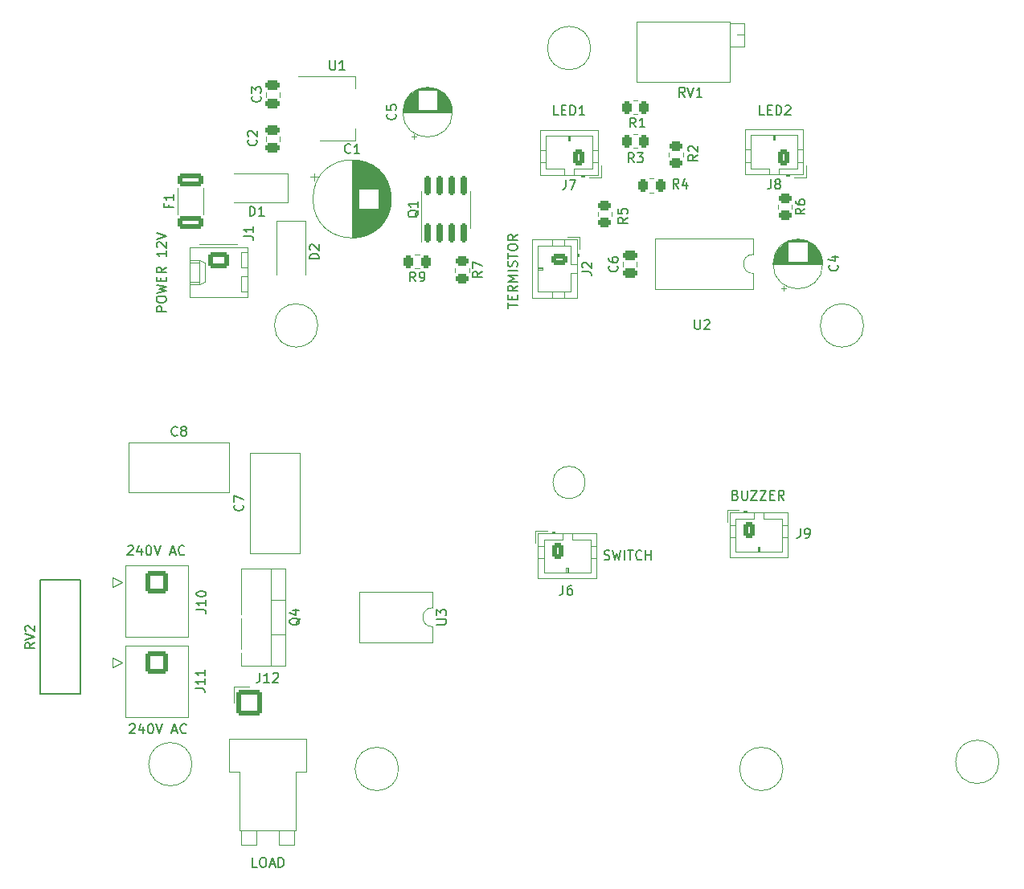
<source format=gto>
G04 #@! TF.GenerationSoftware,KiCad,Pcbnew,(6.0.5)*
G04 #@! TF.CreationDate,2022-05-29T13:56:34+02:00*
G04 #@! TF.ProjectId,Jogurtownica,4a6f6775-7274-46f7-976e-6963612e6b69,rev?*
G04 #@! TF.SameCoordinates,Original*
G04 #@! TF.FileFunction,Legend,Top*
G04 #@! TF.FilePolarity,Positive*
%FSLAX45Y45*%
G04 Gerber Fmt 4.5, Leading zero omitted, Abs format (unit mm)*
G04 Created by KiCad (PCBNEW (6.0.5)) date 2022-05-29 13:56:34*
%MOMM*%
%LPD*%
G01*
G04 APERTURE LIST*
G04 Aperture macros list*
%AMRoundRect*
0 Rectangle with rounded corners*
0 $1 Rounding radius*
0 $2 $3 $4 $5 $6 $7 $8 $9 X,Y pos of 4 corners*
0 Add a 4 corners polygon primitive as box body*
4,1,4,$2,$3,$4,$5,$6,$7,$8,$9,$2,$3,0*
0 Add four circle primitives for the rounded corners*
1,1,$1+$1,$2,$3*
1,1,$1+$1,$4,$5*
1,1,$1+$1,$6,$7*
1,1,$1+$1,$8,$9*
0 Add four rect primitives between the rounded corners*
20,1,$1+$1,$2,$3,$4,$5,0*
20,1,$1+$1,$4,$5,$6,$7,0*
20,1,$1+$1,$6,$7,$8,$9,0*
20,1,$1+$1,$8,$9,$2,$3,0*%
G04 Aperture macros list end*
%ADD10C,0.150000*%
%ADD11C,0.120000*%
%ADD12C,4.000000*%
%ADD13RoundRect,0.250000X-0.450000X0.262500X-0.450000X-0.262500X0.450000X-0.262500X0.450000X0.262500X0*%
%ADD14RoundRect,0.150000X0.150000X-0.825000X0.150000X0.825000X-0.150000X0.825000X-0.150000X-0.825000X0*%
%ADD15C,1.440000*%
%ADD16C,2.000000*%
%ADD17RoundRect,0.250000X-0.625000X0.350000X-0.625000X-0.350000X0.625000X-0.350000X0.625000X0.350000X0*%
%ADD18O,1.750000X1.200000*%
%ADD19R,1.500000X2.700000*%
%ADD20RoundRect,0.250001X-0.949999X0.949999X-0.949999X-0.949999X0.949999X-0.949999X0.949999X0.949999X0*%
%ADD21C,2.400000*%
%ADD22R,1.600000X1.600000*%
%ADD23C,1.600000*%
%ADD24RoundRect,0.250000X-0.262500X-0.450000X0.262500X-0.450000X0.262500X0.450000X-0.262500X0.450000X0*%
%ADD25RoundRect,0.250000X0.350000X0.625000X-0.350000X0.625000X-0.350000X-0.625000X0.350000X-0.625000X0*%
%ADD26O,1.200000X1.750000*%
%ADD27RoundRect,0.250000X-0.845000X0.620000X-0.845000X-0.620000X0.845000X-0.620000X0.845000X0.620000X0*%
%ADD28O,2.190000X1.740000*%
%ADD29RoundRect,0.250000X-0.475000X0.250000X-0.475000X-0.250000X0.475000X-0.250000X0.475000X0.250000X0*%
%ADD30C,1.800000*%
%ADD31RoundRect,0.250000X0.262500X0.450000X-0.262500X0.450000X-0.262500X-0.450000X0.262500X-0.450000X0*%
%ADD32RoundRect,0.250000X-0.350000X-0.625000X0.350000X-0.625000X0.350000X0.625000X-0.350000X0.625000X0*%
%ADD33RoundRect,0.250000X0.475000X-0.250000X0.475000X0.250000X-0.475000X0.250000X-0.475000X-0.250000X0*%
%ADD34O,1.600000X1.600000*%
%ADD35RoundRect,0.250001X-1.099999X-1.099999X1.099999X-1.099999X1.099999X1.099999X-1.099999X1.099999X0*%
%ADD36C,2.700000*%
%ADD37R,2.000000X1.500000*%
%ADD38R,2.000000X3.800000*%
%ADD39R,2.700000X1.500000*%
%ADD40RoundRect,0.250000X1.075000X-0.425000X1.075000X0.425000X-1.075000X0.425000X-1.075000X-0.425000X0*%
%ADD41C,3.000000*%
%ADD42R,2.500000X2.500000*%
%ADD43R,1.700000X1.700000*%
%ADD44O,1.700000X1.700000*%
G04 APERTURE END LIST*
D10*
G04 #@! TO.C,R6*
X12485238Y-6691667D02*
X12437619Y-6725000D01*
X12485238Y-6748809D02*
X12385238Y-6748809D01*
X12385238Y-6710714D01*
X12390000Y-6701190D01*
X12394762Y-6696428D01*
X12404286Y-6691667D01*
X12418571Y-6691667D01*
X12428095Y-6696428D01*
X12432857Y-6701190D01*
X12437619Y-6710714D01*
X12437619Y-6748809D01*
X12385238Y-6605952D02*
X12385238Y-6625000D01*
X12390000Y-6634524D01*
X12394762Y-6639286D01*
X12409048Y-6648809D01*
X12428095Y-6653571D01*
X12466190Y-6653571D01*
X12475714Y-6648809D01*
X12480476Y-6644048D01*
X12485238Y-6634524D01*
X12485238Y-6615476D01*
X12480476Y-6605952D01*
X12475714Y-6601190D01*
X12466190Y-6596428D01*
X12442381Y-6596428D01*
X12432857Y-6601190D01*
X12428095Y-6605952D01*
X12423333Y-6615476D01*
X12423333Y-6634524D01*
X12428095Y-6644048D01*
X12432857Y-6648809D01*
X12442381Y-6653571D01*
G04 #@! TO.C,R2*
X11355238Y-6126667D02*
X11307619Y-6160000D01*
X11355238Y-6183809D02*
X11255238Y-6183809D01*
X11255238Y-6145714D01*
X11260000Y-6136190D01*
X11264762Y-6131428D01*
X11274286Y-6126667D01*
X11288571Y-6126667D01*
X11298095Y-6131428D01*
X11302857Y-6136190D01*
X11307619Y-6145714D01*
X11307619Y-6183809D01*
X11264762Y-6088571D02*
X11260000Y-6083809D01*
X11255238Y-6074286D01*
X11255238Y-6050476D01*
X11260000Y-6040952D01*
X11264762Y-6036190D01*
X11274286Y-6031428D01*
X11283809Y-6031428D01*
X11298095Y-6036190D01*
X11355238Y-6093333D01*
X11355238Y-6031428D01*
G04 #@! TO.C,R7*
X9085238Y-7356667D02*
X9037619Y-7390000D01*
X9085238Y-7413809D02*
X8985238Y-7413809D01*
X8985238Y-7375714D01*
X8990000Y-7366190D01*
X8994762Y-7361428D01*
X9004286Y-7356667D01*
X9018571Y-7356667D01*
X9028095Y-7361428D01*
X9032857Y-7366190D01*
X9037619Y-7375714D01*
X9037619Y-7413809D01*
X8985238Y-7323333D02*
X8985238Y-7256667D01*
X9085238Y-7299524D01*
G04 #@! TO.C,Q1*
X8414762Y-6709524D02*
X8410000Y-6719048D01*
X8400476Y-6728571D01*
X8386190Y-6742857D01*
X8381428Y-6752381D01*
X8381428Y-6761905D01*
X8405238Y-6757143D02*
X8400476Y-6766667D01*
X8390952Y-6776190D01*
X8371905Y-6780952D01*
X8338571Y-6780952D01*
X8319524Y-6776190D01*
X8310000Y-6766667D01*
X8305238Y-6757143D01*
X8305238Y-6738095D01*
X8310000Y-6728571D01*
X8319524Y-6719048D01*
X8338571Y-6714286D01*
X8371905Y-6714286D01*
X8390952Y-6719048D01*
X8400476Y-6728571D01*
X8405238Y-6738095D01*
X8405238Y-6757143D01*
X8405238Y-6619048D02*
X8405238Y-6676190D01*
X8405238Y-6647619D02*
X8305238Y-6647619D01*
X8319524Y-6657143D01*
X8329048Y-6666667D01*
X8333809Y-6676190D01*
G04 #@! TO.C,RV1*
X11220476Y-5513738D02*
X11187143Y-5466119D01*
X11163333Y-5513738D02*
X11163333Y-5413738D01*
X11201428Y-5413738D01*
X11210952Y-5418500D01*
X11215714Y-5423262D01*
X11220476Y-5432786D01*
X11220476Y-5447071D01*
X11215714Y-5456595D01*
X11210952Y-5461357D01*
X11201428Y-5466119D01*
X11163333Y-5466119D01*
X11249048Y-5413738D02*
X11282381Y-5513738D01*
X11315714Y-5413738D01*
X11401428Y-5513738D02*
X11344286Y-5513738D01*
X11372857Y-5513738D02*
X11372857Y-5413738D01*
X11363333Y-5428024D01*
X11353809Y-5437548D01*
X11344286Y-5442310D01*
G04 #@! TO.C,C7*
X6560714Y-9816167D02*
X6565476Y-9820929D01*
X6570238Y-9835214D01*
X6570238Y-9844738D01*
X6565476Y-9859024D01*
X6555952Y-9868548D01*
X6546428Y-9873310D01*
X6527381Y-9878071D01*
X6513095Y-9878071D01*
X6494048Y-9873310D01*
X6484524Y-9868548D01*
X6475000Y-9859024D01*
X6470238Y-9844738D01*
X6470238Y-9835214D01*
X6475000Y-9820929D01*
X6479762Y-9816167D01*
X6470238Y-9782833D02*
X6470238Y-9716167D01*
X6570238Y-9759024D01*
G04 #@! TO.C,J2*
X10135238Y-7358333D02*
X10206667Y-7358333D01*
X10220952Y-7363095D01*
X10230476Y-7372619D01*
X10235238Y-7386905D01*
X10235238Y-7396428D01*
X10144762Y-7315476D02*
X10140000Y-7310714D01*
X10135238Y-7301190D01*
X10135238Y-7277381D01*
X10140000Y-7267857D01*
X10144762Y-7263095D01*
X10154286Y-7258333D01*
X10163810Y-7258333D01*
X10178095Y-7263095D01*
X10235238Y-7320238D01*
X10235238Y-7258333D01*
X9355238Y-7742857D02*
X9355238Y-7685714D01*
X9455238Y-7714286D02*
X9355238Y-7714286D01*
X9402857Y-7652381D02*
X9402857Y-7619048D01*
X9455238Y-7604762D02*
X9455238Y-7652381D01*
X9355238Y-7652381D01*
X9355238Y-7604762D01*
X9455238Y-7504762D02*
X9407619Y-7538095D01*
X9455238Y-7561905D02*
X9355238Y-7561905D01*
X9355238Y-7523809D01*
X9360000Y-7514286D01*
X9364762Y-7509524D01*
X9374286Y-7504762D01*
X9388571Y-7504762D01*
X9398095Y-7509524D01*
X9402857Y-7514286D01*
X9407619Y-7523809D01*
X9407619Y-7561905D01*
X9455238Y-7461905D02*
X9355238Y-7461905D01*
X9426667Y-7428571D01*
X9355238Y-7395238D01*
X9455238Y-7395238D01*
X9455238Y-7347619D02*
X9355238Y-7347619D01*
X9450476Y-7304762D02*
X9455238Y-7290476D01*
X9455238Y-7266667D01*
X9450476Y-7257143D01*
X9445714Y-7252381D01*
X9436190Y-7247619D01*
X9426667Y-7247619D01*
X9417143Y-7252381D01*
X9412381Y-7257143D01*
X9407619Y-7266667D01*
X9402857Y-7285714D01*
X9398095Y-7295238D01*
X9393333Y-7300000D01*
X9383810Y-7304762D01*
X9374286Y-7304762D01*
X9364762Y-7300000D01*
X9360000Y-7295238D01*
X9355238Y-7285714D01*
X9355238Y-7261905D01*
X9360000Y-7247619D01*
X9355238Y-7219048D02*
X9355238Y-7161905D01*
X9455238Y-7190476D02*
X9355238Y-7190476D01*
X9355238Y-7109524D02*
X9355238Y-7090476D01*
X9360000Y-7080952D01*
X9369524Y-7071428D01*
X9388571Y-7066667D01*
X9421905Y-7066667D01*
X9440952Y-7071428D01*
X9450476Y-7080952D01*
X9455238Y-7090476D01*
X9455238Y-7109524D01*
X9450476Y-7119048D01*
X9440952Y-7128571D01*
X9421905Y-7133333D01*
X9388571Y-7133333D01*
X9369524Y-7128571D01*
X9360000Y-7119048D01*
X9355238Y-7109524D01*
X9455238Y-6966667D02*
X9407619Y-7000000D01*
X9455238Y-7023809D02*
X9355238Y-7023809D01*
X9355238Y-6985714D01*
X9360000Y-6976190D01*
X9364762Y-6971428D01*
X9374286Y-6966667D01*
X9388571Y-6966667D01*
X9398095Y-6971428D01*
X9402857Y-6976190D01*
X9407619Y-6985714D01*
X9407619Y-7023809D01*
G04 #@! TO.C,D1*
X6636190Y-6770238D02*
X6636190Y-6670238D01*
X6660000Y-6670238D01*
X6674286Y-6675000D01*
X6683809Y-6684524D01*
X6688571Y-6694048D01*
X6693333Y-6713095D01*
X6693333Y-6727381D01*
X6688571Y-6746428D01*
X6683809Y-6755952D01*
X6674286Y-6765476D01*
X6660000Y-6770238D01*
X6636190Y-6770238D01*
X6788571Y-6770238D02*
X6731428Y-6770238D01*
X6760000Y-6770238D02*
X6760000Y-6670238D01*
X6750476Y-6684524D01*
X6740952Y-6694048D01*
X6731428Y-6698809D01*
G04 #@! TO.C,J10*
X6075238Y-10920952D02*
X6146667Y-10920952D01*
X6160952Y-10925714D01*
X6170476Y-10935238D01*
X6175238Y-10949524D01*
X6175238Y-10959048D01*
X6175238Y-10820952D02*
X6175238Y-10878095D01*
X6175238Y-10849524D02*
X6075238Y-10849524D01*
X6089524Y-10859048D01*
X6099048Y-10868571D01*
X6103809Y-10878095D01*
X6075238Y-10759048D02*
X6075238Y-10749524D01*
X6080000Y-10740000D01*
X6084762Y-10735238D01*
X6094286Y-10730476D01*
X6113333Y-10725714D01*
X6137143Y-10725714D01*
X6156190Y-10730476D01*
X6165714Y-10735238D01*
X6170476Y-10740000D01*
X6175238Y-10749524D01*
X6175238Y-10759048D01*
X6170476Y-10768571D01*
X6165714Y-10773333D01*
X6156190Y-10778095D01*
X6137143Y-10782857D01*
X6113333Y-10782857D01*
X6094286Y-10778095D01*
X6084762Y-10773333D01*
X6080000Y-10768571D01*
X6075238Y-10759048D01*
X5352381Y-10254762D02*
X5357143Y-10250000D01*
X5366667Y-10245238D01*
X5390476Y-10245238D01*
X5400000Y-10250000D01*
X5404762Y-10254762D01*
X5409524Y-10264286D01*
X5409524Y-10273810D01*
X5404762Y-10288095D01*
X5347619Y-10345238D01*
X5409524Y-10345238D01*
X5495238Y-10278571D02*
X5495238Y-10345238D01*
X5471429Y-10240476D02*
X5447619Y-10311905D01*
X5509524Y-10311905D01*
X5566667Y-10245238D02*
X5576190Y-10245238D01*
X5585714Y-10250000D01*
X5590476Y-10254762D01*
X5595238Y-10264286D01*
X5600000Y-10283333D01*
X5600000Y-10307143D01*
X5595238Y-10326190D01*
X5590476Y-10335714D01*
X5585714Y-10340476D01*
X5576190Y-10345238D01*
X5566667Y-10345238D01*
X5557143Y-10340476D01*
X5552381Y-10335714D01*
X5547619Y-10326190D01*
X5542857Y-10307143D01*
X5542857Y-10283333D01*
X5547619Y-10264286D01*
X5552381Y-10254762D01*
X5557143Y-10250000D01*
X5566667Y-10245238D01*
X5628571Y-10245238D02*
X5661905Y-10345238D01*
X5695238Y-10245238D01*
X5800000Y-10316667D02*
X5847619Y-10316667D01*
X5790476Y-10345238D02*
X5823809Y-10245238D01*
X5857143Y-10345238D01*
X5947619Y-10335714D02*
X5942857Y-10340476D01*
X5928571Y-10345238D01*
X5919048Y-10345238D01*
X5904762Y-10340476D01*
X5895238Y-10330952D01*
X5890476Y-10321429D01*
X5885714Y-10302381D01*
X5885714Y-10288095D01*
X5890476Y-10269048D01*
X5895238Y-10259524D01*
X5904762Y-10250000D01*
X5919048Y-10245238D01*
X5928571Y-10245238D01*
X5942857Y-10250000D01*
X5947619Y-10254762D01*
G04 #@! TO.C,C1*
X7698333Y-6100714D02*
X7693571Y-6105476D01*
X7679286Y-6110238D01*
X7669762Y-6110238D01*
X7655476Y-6105476D01*
X7645952Y-6095952D01*
X7641190Y-6086428D01*
X7636428Y-6067381D01*
X7636428Y-6053095D01*
X7641190Y-6034048D01*
X7645952Y-6024524D01*
X7655476Y-6015000D01*
X7669762Y-6010238D01*
X7679286Y-6010238D01*
X7693571Y-6015000D01*
X7698333Y-6019762D01*
X7793571Y-6110238D02*
X7736428Y-6110238D01*
X7765000Y-6110238D02*
X7765000Y-6010238D01*
X7755476Y-6024524D01*
X7745952Y-6034048D01*
X7736428Y-6038809D01*
G04 #@! TO.C,R3*
X10683333Y-6205238D02*
X10650000Y-6157619D01*
X10626190Y-6205238D02*
X10626190Y-6105238D01*
X10664286Y-6105238D01*
X10673810Y-6110000D01*
X10678571Y-6114762D01*
X10683333Y-6124286D01*
X10683333Y-6138571D01*
X10678571Y-6148095D01*
X10673810Y-6152857D01*
X10664286Y-6157619D01*
X10626190Y-6157619D01*
X10716667Y-6105238D02*
X10778571Y-6105238D01*
X10745238Y-6143333D01*
X10759524Y-6143333D01*
X10769048Y-6148095D01*
X10773810Y-6152857D01*
X10778571Y-6162381D01*
X10778571Y-6186190D01*
X10773810Y-6195714D01*
X10769048Y-6200476D01*
X10759524Y-6205238D01*
X10730952Y-6205238D01*
X10721429Y-6200476D01*
X10716667Y-6195714D01*
G04 #@! TO.C,C4*
X12825714Y-7287178D02*
X12830476Y-7291940D01*
X12835238Y-7306225D01*
X12835238Y-7315749D01*
X12830476Y-7330035D01*
X12820952Y-7339559D01*
X12811428Y-7344321D01*
X12792381Y-7349083D01*
X12778095Y-7349083D01*
X12759048Y-7344321D01*
X12749524Y-7339559D01*
X12740000Y-7330035D01*
X12735238Y-7315749D01*
X12735238Y-7306225D01*
X12740000Y-7291940D01*
X12744762Y-7287178D01*
X12768571Y-7201464D02*
X12835238Y-7201464D01*
X12730476Y-7225273D02*
X12801905Y-7249083D01*
X12801905Y-7187178D01*
G04 #@! TO.C,C5*
X8170714Y-5692178D02*
X8175476Y-5696940D01*
X8180238Y-5711225D01*
X8180238Y-5720749D01*
X8175476Y-5735035D01*
X8165952Y-5744559D01*
X8156428Y-5749321D01*
X8137381Y-5754083D01*
X8123095Y-5754083D01*
X8104048Y-5749321D01*
X8094524Y-5744559D01*
X8085000Y-5735035D01*
X8080238Y-5720749D01*
X8080238Y-5711225D01*
X8085000Y-5696940D01*
X8089762Y-5692178D01*
X8080238Y-5601702D02*
X8080238Y-5649321D01*
X8127857Y-5654083D01*
X8123095Y-5649321D01*
X8118333Y-5639797D01*
X8118333Y-5615987D01*
X8123095Y-5606464D01*
X8127857Y-5601702D01*
X8137381Y-5596940D01*
X8161190Y-5596940D01*
X8170714Y-5601702D01*
X8175476Y-5606464D01*
X8180238Y-5615987D01*
X8180238Y-5639797D01*
X8175476Y-5649321D01*
X8170714Y-5654083D01*
G04 #@! TO.C,J8*
X12126667Y-6385238D02*
X12126667Y-6456667D01*
X12121905Y-6470952D01*
X12112381Y-6480476D01*
X12098095Y-6485238D01*
X12088571Y-6485238D01*
X12188571Y-6428095D02*
X12179048Y-6423333D01*
X12174286Y-6418571D01*
X12169524Y-6409048D01*
X12169524Y-6404286D01*
X12174286Y-6394762D01*
X12179048Y-6390000D01*
X12188571Y-6385238D01*
X12207619Y-6385238D01*
X12217143Y-6390000D01*
X12221905Y-6394762D01*
X12226667Y-6404286D01*
X12226667Y-6409048D01*
X12221905Y-6418571D01*
X12217143Y-6423333D01*
X12207619Y-6428095D01*
X12188571Y-6428095D01*
X12179048Y-6432857D01*
X12174286Y-6437619D01*
X12169524Y-6447143D01*
X12169524Y-6466190D01*
X12174286Y-6475714D01*
X12179048Y-6480476D01*
X12188571Y-6485238D01*
X12207619Y-6485238D01*
X12217143Y-6480476D01*
X12221905Y-6475714D01*
X12226667Y-6466190D01*
X12226667Y-6447143D01*
X12221905Y-6437619D01*
X12217143Y-6432857D01*
X12207619Y-6428095D01*
X12058095Y-5705238D02*
X12010476Y-5705238D01*
X12010476Y-5605238D01*
X12091428Y-5652857D02*
X12124762Y-5652857D01*
X12139048Y-5705238D02*
X12091428Y-5705238D01*
X12091428Y-5605238D01*
X12139048Y-5605238D01*
X12181905Y-5705238D02*
X12181905Y-5605238D01*
X12205714Y-5605238D01*
X12220000Y-5610000D01*
X12229524Y-5619524D01*
X12234286Y-5629048D01*
X12239048Y-5648095D01*
X12239048Y-5662381D01*
X12234286Y-5681428D01*
X12229524Y-5690952D01*
X12220000Y-5700476D01*
X12205714Y-5705238D01*
X12181905Y-5705238D01*
X12277143Y-5614762D02*
X12281905Y-5610000D01*
X12291428Y-5605238D01*
X12315238Y-5605238D01*
X12324762Y-5610000D01*
X12329524Y-5614762D01*
X12334286Y-5624286D01*
X12334286Y-5633809D01*
X12329524Y-5648095D01*
X12272381Y-5705238D01*
X12334286Y-5705238D01*
G04 #@! TO.C,J1*
X6575238Y-6983333D02*
X6646667Y-6983333D01*
X6660952Y-6988095D01*
X6670476Y-6997619D01*
X6675238Y-7011905D01*
X6675238Y-7021428D01*
X6675238Y-6883333D02*
X6675238Y-6940476D01*
X6675238Y-6911905D02*
X6575238Y-6911905D01*
X6589524Y-6921428D01*
X6599048Y-6930952D01*
X6603809Y-6940476D01*
X5755238Y-7777143D02*
X5655238Y-7777143D01*
X5655238Y-7739048D01*
X5660000Y-7729524D01*
X5664762Y-7724762D01*
X5674286Y-7720000D01*
X5688571Y-7720000D01*
X5698095Y-7724762D01*
X5702857Y-7729524D01*
X5707619Y-7739048D01*
X5707619Y-7777143D01*
X5655238Y-7658095D02*
X5655238Y-7639048D01*
X5660000Y-7629524D01*
X5669524Y-7620000D01*
X5688571Y-7615238D01*
X5721905Y-7615238D01*
X5740952Y-7620000D01*
X5750476Y-7629524D01*
X5755238Y-7639048D01*
X5755238Y-7658095D01*
X5750476Y-7667619D01*
X5740952Y-7677143D01*
X5721905Y-7681905D01*
X5688571Y-7681905D01*
X5669524Y-7677143D01*
X5660000Y-7667619D01*
X5655238Y-7658095D01*
X5655238Y-7581905D02*
X5755238Y-7558095D01*
X5683809Y-7539048D01*
X5755238Y-7520000D01*
X5655238Y-7496190D01*
X5702857Y-7458095D02*
X5702857Y-7424762D01*
X5755238Y-7410476D02*
X5755238Y-7458095D01*
X5655238Y-7458095D01*
X5655238Y-7410476D01*
X5755238Y-7310476D02*
X5707619Y-7343809D01*
X5755238Y-7367619D02*
X5655238Y-7367619D01*
X5655238Y-7329524D01*
X5660000Y-7320000D01*
X5664762Y-7315238D01*
X5674286Y-7310476D01*
X5688571Y-7310476D01*
X5698095Y-7315238D01*
X5702857Y-7320000D01*
X5707619Y-7329524D01*
X5707619Y-7367619D01*
X5755238Y-7139048D02*
X5755238Y-7196190D01*
X5755238Y-7167619D02*
X5655238Y-7167619D01*
X5669524Y-7177143D01*
X5679048Y-7186667D01*
X5683809Y-7196190D01*
X5664762Y-7100952D02*
X5660000Y-7096190D01*
X5655238Y-7086667D01*
X5655238Y-7062857D01*
X5660000Y-7053333D01*
X5664762Y-7048571D01*
X5674286Y-7043809D01*
X5683809Y-7043809D01*
X5698095Y-7048571D01*
X5755238Y-7105714D01*
X5755238Y-7043809D01*
X5655238Y-7015238D02*
X5755238Y-6981905D01*
X5655238Y-6948571D01*
G04 #@! TO.C,C2*
X6705714Y-5966667D02*
X6710476Y-5971428D01*
X6715238Y-5985714D01*
X6715238Y-5995238D01*
X6710476Y-6009524D01*
X6700952Y-6019048D01*
X6691428Y-6023809D01*
X6672381Y-6028571D01*
X6658095Y-6028571D01*
X6639048Y-6023809D01*
X6629524Y-6019048D01*
X6620000Y-6009524D01*
X6615238Y-5995238D01*
X6615238Y-5985714D01*
X6620000Y-5971428D01*
X6624762Y-5966667D01*
X6624762Y-5928571D02*
X6620000Y-5923809D01*
X6615238Y-5914286D01*
X6615238Y-5890476D01*
X6620000Y-5880952D01*
X6624762Y-5876190D01*
X6634286Y-5871428D01*
X6643809Y-5871428D01*
X6658095Y-5876190D01*
X6715238Y-5933333D01*
X6715238Y-5871428D01*
G04 #@! TO.C,RV2*
X4370238Y-11269524D02*
X4322619Y-11302857D01*
X4370238Y-11326667D02*
X4270238Y-11326667D01*
X4270238Y-11288571D01*
X4275000Y-11279048D01*
X4279762Y-11274286D01*
X4289286Y-11269524D01*
X4303571Y-11269524D01*
X4313095Y-11274286D01*
X4317857Y-11279048D01*
X4322619Y-11288571D01*
X4322619Y-11326667D01*
X4270238Y-11240952D02*
X4370238Y-11207619D01*
X4270238Y-11174286D01*
X4279762Y-11145714D02*
X4275000Y-11140952D01*
X4270238Y-11131429D01*
X4270238Y-11107619D01*
X4275000Y-11098095D01*
X4279762Y-11093333D01*
X4289286Y-11088571D01*
X4298810Y-11088571D01*
X4313095Y-11093333D01*
X4370238Y-11150476D01*
X4370238Y-11088571D01*
G04 #@! TO.C,R4*
X11154583Y-6480238D02*
X11121250Y-6432619D01*
X11097440Y-6480238D02*
X11097440Y-6380238D01*
X11135536Y-6380238D01*
X11145060Y-6385000D01*
X11149821Y-6389762D01*
X11154583Y-6399286D01*
X11154583Y-6413571D01*
X11149821Y-6423095D01*
X11145060Y-6427857D01*
X11135536Y-6432619D01*
X11097440Y-6432619D01*
X11240298Y-6413571D02*
X11240298Y-6480238D01*
X11216488Y-6375476D02*
X11192678Y-6446905D01*
X11254583Y-6446905D01*
G04 #@! TO.C,J9*
X12436667Y-10065238D02*
X12436667Y-10136667D01*
X12431905Y-10150952D01*
X12422381Y-10160476D01*
X12408095Y-10165238D01*
X12398571Y-10165238D01*
X12489048Y-10165238D02*
X12508095Y-10165238D01*
X12517619Y-10160476D01*
X12522381Y-10155714D01*
X12531905Y-10141429D01*
X12536667Y-10122381D01*
X12536667Y-10084286D01*
X12531905Y-10074762D01*
X12527143Y-10070000D01*
X12517619Y-10065238D01*
X12498571Y-10065238D01*
X12489048Y-10070000D01*
X12484286Y-10074762D01*
X12479524Y-10084286D01*
X12479524Y-10108095D01*
X12484286Y-10117619D01*
X12489048Y-10122381D01*
X12498571Y-10127143D01*
X12517619Y-10127143D01*
X12527143Y-10122381D01*
X12531905Y-10117619D01*
X12536667Y-10108095D01*
X11754286Y-9712857D02*
X11768571Y-9717619D01*
X11773333Y-9722381D01*
X11778095Y-9731905D01*
X11778095Y-9746190D01*
X11773333Y-9755714D01*
X11768571Y-9760476D01*
X11759048Y-9765238D01*
X11720952Y-9765238D01*
X11720952Y-9665238D01*
X11754286Y-9665238D01*
X11763809Y-9670000D01*
X11768571Y-9674762D01*
X11773333Y-9684286D01*
X11773333Y-9693810D01*
X11768571Y-9703333D01*
X11763809Y-9708095D01*
X11754286Y-9712857D01*
X11720952Y-9712857D01*
X11820952Y-9665238D02*
X11820952Y-9746190D01*
X11825714Y-9755714D01*
X11830476Y-9760476D01*
X11840000Y-9765238D01*
X11859048Y-9765238D01*
X11868571Y-9760476D01*
X11873333Y-9755714D01*
X11878095Y-9746190D01*
X11878095Y-9665238D01*
X11916190Y-9665238D02*
X11982857Y-9665238D01*
X11916190Y-9765238D01*
X11982857Y-9765238D01*
X12011428Y-9665238D02*
X12078095Y-9665238D01*
X12011428Y-9765238D01*
X12078095Y-9765238D01*
X12116190Y-9712857D02*
X12149524Y-9712857D01*
X12163809Y-9765238D02*
X12116190Y-9765238D01*
X12116190Y-9665238D01*
X12163809Y-9665238D01*
X12263809Y-9765238D02*
X12230476Y-9717619D01*
X12206667Y-9765238D02*
X12206667Y-9665238D01*
X12244762Y-9665238D01*
X12254286Y-9670000D01*
X12259048Y-9674762D01*
X12263809Y-9684286D01*
X12263809Y-9698571D01*
X12259048Y-9708095D01*
X12254286Y-9712857D01*
X12244762Y-9717619D01*
X12206667Y-9717619D01*
G04 #@! TO.C,J11*
X6065238Y-11750952D02*
X6136667Y-11750952D01*
X6150952Y-11755714D01*
X6160476Y-11765238D01*
X6165238Y-11779524D01*
X6165238Y-11789048D01*
X6165238Y-11650952D02*
X6165238Y-11708095D01*
X6165238Y-11679524D02*
X6065238Y-11679524D01*
X6079524Y-11689048D01*
X6089048Y-11698571D01*
X6093809Y-11708095D01*
X6165238Y-11555714D02*
X6165238Y-11612857D01*
X6165238Y-11584286D02*
X6065238Y-11584286D01*
X6079524Y-11593809D01*
X6089048Y-11603333D01*
X6093809Y-11612857D01*
X5372381Y-12134762D02*
X5377143Y-12130000D01*
X5386667Y-12125238D01*
X5410476Y-12125238D01*
X5420000Y-12130000D01*
X5424762Y-12134762D01*
X5429524Y-12144286D01*
X5429524Y-12153809D01*
X5424762Y-12168095D01*
X5367619Y-12225238D01*
X5429524Y-12225238D01*
X5515238Y-12158571D02*
X5515238Y-12225238D01*
X5491429Y-12120476D02*
X5467619Y-12191905D01*
X5529524Y-12191905D01*
X5586667Y-12125238D02*
X5596190Y-12125238D01*
X5605714Y-12130000D01*
X5610476Y-12134762D01*
X5615238Y-12144286D01*
X5620000Y-12163333D01*
X5620000Y-12187143D01*
X5615238Y-12206190D01*
X5610476Y-12215714D01*
X5605714Y-12220476D01*
X5596190Y-12225238D01*
X5586667Y-12225238D01*
X5577143Y-12220476D01*
X5572381Y-12215714D01*
X5567619Y-12206190D01*
X5562857Y-12187143D01*
X5562857Y-12163333D01*
X5567619Y-12144286D01*
X5572381Y-12134762D01*
X5577143Y-12130000D01*
X5586667Y-12125238D01*
X5648571Y-12125238D02*
X5681905Y-12225238D01*
X5715238Y-12125238D01*
X5820000Y-12196667D02*
X5867619Y-12196667D01*
X5810476Y-12225238D02*
X5843809Y-12125238D01*
X5877143Y-12225238D01*
X5967619Y-12215714D02*
X5962857Y-12220476D01*
X5948571Y-12225238D01*
X5939048Y-12225238D01*
X5924762Y-12220476D01*
X5915238Y-12210952D01*
X5910476Y-12201428D01*
X5905714Y-12182381D01*
X5905714Y-12168095D01*
X5910476Y-12149048D01*
X5915238Y-12139524D01*
X5924762Y-12130000D01*
X5939048Y-12125238D01*
X5948571Y-12125238D01*
X5962857Y-12130000D01*
X5967619Y-12134762D01*
G04 #@! TO.C,C6*
X10507714Y-7296667D02*
X10512476Y-7301428D01*
X10517238Y-7315714D01*
X10517238Y-7325238D01*
X10512476Y-7339524D01*
X10502952Y-7349048D01*
X10493429Y-7353809D01*
X10474381Y-7358571D01*
X10460095Y-7358571D01*
X10441048Y-7353809D01*
X10431524Y-7349048D01*
X10422000Y-7339524D01*
X10417238Y-7325238D01*
X10417238Y-7315714D01*
X10422000Y-7301428D01*
X10426762Y-7296667D01*
X10417238Y-7210952D02*
X10417238Y-7230000D01*
X10422000Y-7239524D01*
X10426762Y-7244286D01*
X10441048Y-7253809D01*
X10460095Y-7258571D01*
X10498190Y-7258571D01*
X10507714Y-7253809D01*
X10512476Y-7249048D01*
X10517238Y-7239524D01*
X10517238Y-7220476D01*
X10512476Y-7210952D01*
X10507714Y-7206190D01*
X10498190Y-7201428D01*
X10474381Y-7201428D01*
X10464857Y-7206190D01*
X10460095Y-7210952D01*
X10455333Y-7220476D01*
X10455333Y-7239524D01*
X10460095Y-7249048D01*
X10464857Y-7253809D01*
X10474381Y-7258571D01*
G04 #@! TO.C,U3*
X8605738Y-11077190D02*
X8686690Y-11077190D01*
X8696214Y-11072429D01*
X8700976Y-11067667D01*
X8705738Y-11058143D01*
X8705738Y-11039095D01*
X8700976Y-11029571D01*
X8696214Y-11024810D01*
X8686690Y-11020048D01*
X8605738Y-11020048D01*
X8605738Y-10981952D02*
X8605738Y-10920048D01*
X8643833Y-10953381D01*
X8643833Y-10939095D01*
X8648595Y-10929571D01*
X8653357Y-10924810D01*
X8662881Y-10920048D01*
X8686690Y-10920048D01*
X8696214Y-10924810D01*
X8700976Y-10929571D01*
X8705738Y-10939095D01*
X8705738Y-10967667D01*
X8700976Y-10977190D01*
X8696214Y-10981952D01*
G04 #@! TO.C,J6*
X9936667Y-10665238D02*
X9936667Y-10736667D01*
X9931905Y-10750952D01*
X9922381Y-10760476D01*
X9908095Y-10765238D01*
X9898571Y-10765238D01*
X10027143Y-10665238D02*
X10008095Y-10665238D01*
X9998571Y-10670000D01*
X9993810Y-10674762D01*
X9984286Y-10689048D01*
X9979524Y-10708095D01*
X9979524Y-10746190D01*
X9984286Y-10755714D01*
X9989048Y-10760476D01*
X9998571Y-10765238D01*
X10017619Y-10765238D01*
X10027143Y-10760476D01*
X10031905Y-10755714D01*
X10036667Y-10746190D01*
X10036667Y-10722381D01*
X10031905Y-10712857D01*
X10027143Y-10708095D01*
X10017619Y-10703333D01*
X9998571Y-10703333D01*
X9989048Y-10708095D01*
X9984286Y-10712857D01*
X9979524Y-10722381D01*
X10370000Y-10390476D02*
X10384286Y-10395238D01*
X10408095Y-10395238D01*
X10417619Y-10390476D01*
X10422381Y-10385714D01*
X10427143Y-10376190D01*
X10427143Y-10366667D01*
X10422381Y-10357143D01*
X10417619Y-10352381D01*
X10408095Y-10347619D01*
X10389048Y-10342857D01*
X10379524Y-10338095D01*
X10374762Y-10333333D01*
X10370000Y-10323810D01*
X10370000Y-10314286D01*
X10374762Y-10304762D01*
X10379524Y-10300000D01*
X10389048Y-10295238D01*
X10412857Y-10295238D01*
X10427143Y-10300000D01*
X10460476Y-10295238D02*
X10484286Y-10395238D01*
X10503333Y-10323810D01*
X10522381Y-10395238D01*
X10546190Y-10295238D01*
X10584286Y-10395238D02*
X10584286Y-10295238D01*
X10617619Y-10295238D02*
X10674762Y-10295238D01*
X10646190Y-10395238D02*
X10646190Y-10295238D01*
X10765238Y-10385714D02*
X10760476Y-10390476D01*
X10746190Y-10395238D01*
X10736667Y-10395238D01*
X10722381Y-10390476D01*
X10712857Y-10380952D01*
X10708095Y-10371429D01*
X10703333Y-10352381D01*
X10703333Y-10338095D01*
X10708095Y-10319048D01*
X10712857Y-10309524D01*
X10722381Y-10300000D01*
X10736667Y-10295238D01*
X10746190Y-10295238D01*
X10760476Y-10300000D01*
X10765238Y-10304762D01*
X10808095Y-10395238D02*
X10808095Y-10295238D01*
X10808095Y-10342857D02*
X10865238Y-10342857D01*
X10865238Y-10395238D02*
X10865238Y-10295238D01*
G04 #@! TO.C,J12*
X6744048Y-11587738D02*
X6744048Y-11659167D01*
X6739286Y-11673452D01*
X6729762Y-11682976D01*
X6715476Y-11687738D01*
X6705952Y-11687738D01*
X6844048Y-11687738D02*
X6786905Y-11687738D01*
X6815476Y-11687738D02*
X6815476Y-11587738D01*
X6805952Y-11602024D01*
X6796428Y-11611548D01*
X6786905Y-11616309D01*
X6882143Y-11597262D02*
X6886905Y-11592500D01*
X6896428Y-11587738D01*
X6920238Y-11587738D01*
X6929762Y-11592500D01*
X6934524Y-11597262D01*
X6939286Y-11606786D01*
X6939286Y-11616309D01*
X6934524Y-11630595D01*
X6877381Y-11687738D01*
X6939286Y-11687738D01*
X6715714Y-13635238D02*
X6668095Y-13635238D01*
X6668095Y-13535238D01*
X6768095Y-13535238D02*
X6787143Y-13535238D01*
X6796667Y-13540000D01*
X6806190Y-13549524D01*
X6810952Y-13568571D01*
X6810952Y-13601905D01*
X6806190Y-13620952D01*
X6796667Y-13630476D01*
X6787143Y-13635238D01*
X6768095Y-13635238D01*
X6758571Y-13630476D01*
X6749048Y-13620952D01*
X6744286Y-13601905D01*
X6744286Y-13568571D01*
X6749048Y-13549524D01*
X6758571Y-13540000D01*
X6768095Y-13535238D01*
X6849048Y-13606667D02*
X6896667Y-13606667D01*
X6839524Y-13635238D02*
X6872857Y-13535238D01*
X6906190Y-13635238D01*
X6939524Y-13635238D02*
X6939524Y-13535238D01*
X6963333Y-13535238D01*
X6977619Y-13540000D01*
X6987143Y-13549524D01*
X6991905Y-13559048D01*
X6996667Y-13578095D01*
X6996667Y-13592381D01*
X6991905Y-13611428D01*
X6987143Y-13620952D01*
X6977619Y-13630476D01*
X6963333Y-13635238D01*
X6939524Y-13635238D01*
G04 #@! TO.C,U2*
X11323809Y-7865238D02*
X11323809Y-7946190D01*
X11328571Y-7955714D01*
X11333333Y-7960476D01*
X11342857Y-7965238D01*
X11361905Y-7965238D01*
X11371428Y-7960476D01*
X11376190Y-7955714D01*
X11380952Y-7946190D01*
X11380952Y-7865238D01*
X11423809Y-7874762D02*
X11428571Y-7870000D01*
X11438095Y-7865238D01*
X11461905Y-7865238D01*
X11471428Y-7870000D01*
X11476190Y-7874762D01*
X11480952Y-7884286D01*
X11480952Y-7893809D01*
X11476190Y-7908095D01*
X11419048Y-7965238D01*
X11480952Y-7965238D01*
G04 #@! TO.C,R1*
X10703333Y-5835238D02*
X10670000Y-5787619D01*
X10646190Y-5835238D02*
X10646190Y-5735238D01*
X10684286Y-5735238D01*
X10693810Y-5740000D01*
X10698571Y-5744762D01*
X10703333Y-5754286D01*
X10703333Y-5768571D01*
X10698571Y-5778095D01*
X10693810Y-5782857D01*
X10684286Y-5787619D01*
X10646190Y-5787619D01*
X10798571Y-5835238D02*
X10741429Y-5835238D01*
X10770000Y-5835238D02*
X10770000Y-5735238D01*
X10760476Y-5749524D01*
X10750952Y-5759048D01*
X10741429Y-5763809D01*
G04 #@! TO.C,R5*
X10615238Y-6786667D02*
X10567619Y-6820000D01*
X10615238Y-6843809D02*
X10515238Y-6843809D01*
X10515238Y-6805714D01*
X10520000Y-6796190D01*
X10524762Y-6791428D01*
X10534286Y-6786667D01*
X10548571Y-6786667D01*
X10558095Y-6791428D01*
X10562857Y-6796190D01*
X10567619Y-6805714D01*
X10567619Y-6843809D01*
X10515238Y-6696190D02*
X10515238Y-6743809D01*
X10562857Y-6748571D01*
X10558095Y-6743809D01*
X10553333Y-6734286D01*
X10553333Y-6710476D01*
X10558095Y-6700952D01*
X10562857Y-6696190D01*
X10572381Y-6691428D01*
X10596190Y-6691428D01*
X10605714Y-6696190D01*
X10610476Y-6700952D01*
X10615238Y-6710476D01*
X10615238Y-6734286D01*
X10610476Y-6743809D01*
X10605714Y-6748571D01*
G04 #@! TO.C,J7*
X9966667Y-6390238D02*
X9966667Y-6461667D01*
X9961905Y-6475952D01*
X9952381Y-6485476D01*
X9938095Y-6490238D01*
X9928571Y-6490238D01*
X10004762Y-6390238D02*
X10071429Y-6390238D01*
X10028571Y-6490238D01*
X9888095Y-5705238D02*
X9840476Y-5705238D01*
X9840476Y-5605238D01*
X9921429Y-5652857D02*
X9954762Y-5652857D01*
X9969048Y-5705238D02*
X9921429Y-5705238D01*
X9921429Y-5605238D01*
X9969048Y-5605238D01*
X10011905Y-5705238D02*
X10011905Y-5605238D01*
X10035714Y-5605238D01*
X10050000Y-5610000D01*
X10059524Y-5619524D01*
X10064286Y-5629048D01*
X10069048Y-5648095D01*
X10069048Y-5662381D01*
X10064286Y-5681428D01*
X10059524Y-5690952D01*
X10050000Y-5700476D01*
X10035714Y-5705238D01*
X10011905Y-5705238D01*
X10164286Y-5705238D02*
X10107143Y-5705238D01*
X10135714Y-5705238D02*
X10135714Y-5605238D01*
X10126190Y-5619524D01*
X10116667Y-5629048D01*
X10107143Y-5633809D01*
G04 #@! TO.C,R9*
X8383333Y-7460238D02*
X8350000Y-7412619D01*
X8326190Y-7460238D02*
X8326190Y-7360238D01*
X8364286Y-7360238D01*
X8373809Y-7365000D01*
X8378571Y-7369762D01*
X8383333Y-7379286D01*
X8383333Y-7393571D01*
X8378571Y-7403095D01*
X8373809Y-7407857D01*
X8364286Y-7412619D01*
X8326190Y-7412619D01*
X8430952Y-7460238D02*
X8450000Y-7460238D01*
X8459524Y-7455476D01*
X8464286Y-7450714D01*
X8473810Y-7436428D01*
X8478571Y-7417381D01*
X8478571Y-7379286D01*
X8473810Y-7369762D01*
X8469048Y-7365000D01*
X8459524Y-7360238D01*
X8440476Y-7360238D01*
X8430952Y-7365000D01*
X8426190Y-7369762D01*
X8421429Y-7379286D01*
X8421429Y-7403095D01*
X8426190Y-7412619D01*
X8430952Y-7417381D01*
X8440476Y-7422143D01*
X8459524Y-7422143D01*
X8469048Y-7417381D01*
X8473810Y-7412619D01*
X8478571Y-7403095D01*
G04 #@! TO.C,U1*
X7480837Y-5131284D02*
X7480837Y-5212236D01*
X7485599Y-5221760D01*
X7490361Y-5226522D01*
X7499885Y-5231284D01*
X7518932Y-5231284D01*
X7528456Y-5226522D01*
X7533218Y-5221760D01*
X7537980Y-5212236D01*
X7537980Y-5131284D01*
X7637980Y-5231284D02*
X7580837Y-5231284D01*
X7609408Y-5231284D02*
X7609408Y-5131284D01*
X7599885Y-5145569D01*
X7590361Y-5155093D01*
X7580837Y-5159855D01*
G04 #@! TO.C,D2*
X7365238Y-7223809D02*
X7265238Y-7223809D01*
X7265238Y-7200000D01*
X7270000Y-7185714D01*
X7279524Y-7176190D01*
X7289048Y-7171428D01*
X7308095Y-7166667D01*
X7322381Y-7166667D01*
X7341428Y-7171428D01*
X7350952Y-7176190D01*
X7360476Y-7185714D01*
X7365238Y-7200000D01*
X7365238Y-7223809D01*
X7274762Y-7128571D02*
X7270000Y-7123809D01*
X7265238Y-7114286D01*
X7265238Y-7090476D01*
X7270000Y-7080952D01*
X7274762Y-7076190D01*
X7284286Y-7071428D01*
X7293809Y-7071428D01*
X7308095Y-7076190D01*
X7365238Y-7133333D01*
X7365238Y-7071428D01*
G04 #@! TO.C,F1*
X5779857Y-6648333D02*
X5779857Y-6681667D01*
X5832238Y-6681667D02*
X5732238Y-6681667D01*
X5732238Y-6634048D01*
X5832238Y-6543571D02*
X5832238Y-6600714D01*
X5832238Y-6572143D02*
X5732238Y-6572143D01*
X5746524Y-6581667D01*
X5756048Y-6591190D01*
X5760809Y-6600714D01*
G04 #@! TO.C,C3*
X6747714Y-5506667D02*
X6752476Y-5511429D01*
X6757238Y-5525714D01*
X6757238Y-5535238D01*
X6752476Y-5549524D01*
X6742952Y-5559048D01*
X6733428Y-5563810D01*
X6714381Y-5568571D01*
X6700095Y-5568571D01*
X6681048Y-5563810D01*
X6671524Y-5559048D01*
X6662000Y-5549524D01*
X6657238Y-5535238D01*
X6657238Y-5525714D01*
X6662000Y-5511429D01*
X6666762Y-5506667D01*
X6657238Y-5473333D02*
X6657238Y-5411429D01*
X6695333Y-5444762D01*
X6695333Y-5430476D01*
X6700095Y-5420952D01*
X6704857Y-5416190D01*
X6714381Y-5411429D01*
X6738190Y-5411429D01*
X6747714Y-5416190D01*
X6752476Y-5420952D01*
X6757238Y-5430476D01*
X6757238Y-5459048D01*
X6752476Y-5468571D01*
X6747714Y-5473333D01*
G04 #@! TO.C,C8*
X5873833Y-9080714D02*
X5869071Y-9085476D01*
X5854786Y-9090238D01*
X5845262Y-9090238D01*
X5830976Y-9085476D01*
X5821452Y-9075952D01*
X5816690Y-9066429D01*
X5811928Y-9047381D01*
X5811928Y-9033095D01*
X5816690Y-9014048D01*
X5821452Y-9004524D01*
X5830976Y-8995000D01*
X5845262Y-8990238D01*
X5854786Y-8990238D01*
X5869071Y-8995000D01*
X5873833Y-8999762D01*
X5930976Y-9033095D02*
X5921452Y-9028333D01*
X5916690Y-9023571D01*
X5911928Y-9014048D01*
X5911928Y-9009286D01*
X5916690Y-8999762D01*
X5921452Y-8995000D01*
X5930976Y-8990238D01*
X5950024Y-8990238D01*
X5959548Y-8995000D01*
X5964309Y-8999762D01*
X5969071Y-9009286D01*
X5969071Y-9014048D01*
X5964309Y-9023571D01*
X5959548Y-9028333D01*
X5950024Y-9033095D01*
X5930976Y-9033095D01*
X5921452Y-9037857D01*
X5916690Y-9042619D01*
X5911928Y-9052143D01*
X5911928Y-9071190D01*
X5916690Y-9080714D01*
X5921452Y-9085476D01*
X5930976Y-9090238D01*
X5950024Y-9090238D01*
X5959548Y-9085476D01*
X5964309Y-9080714D01*
X5969071Y-9071190D01*
X5969071Y-9052143D01*
X5964309Y-9042619D01*
X5959548Y-9037857D01*
X5950024Y-9033095D01*
G04 #@! TO.C,Q4*
X7167262Y-11009524D02*
X7162500Y-11019048D01*
X7152976Y-11028571D01*
X7138690Y-11042857D01*
X7133928Y-11052381D01*
X7133928Y-11061905D01*
X7157738Y-11057143D02*
X7152976Y-11066667D01*
X7143452Y-11076190D01*
X7124405Y-11080952D01*
X7091071Y-11080952D01*
X7072024Y-11076190D01*
X7062500Y-11066667D01*
X7057738Y-11057143D01*
X7057738Y-11038095D01*
X7062500Y-11028571D01*
X7072024Y-11019048D01*
X7091071Y-11014286D01*
X7124405Y-11014286D01*
X7143452Y-11019048D01*
X7152976Y-11028571D01*
X7157738Y-11038095D01*
X7157738Y-11057143D01*
X7091071Y-10928571D02*
X7157738Y-10928571D01*
X7052976Y-10952381D02*
X7124405Y-10976190D01*
X7124405Y-10914286D01*
D11*
G04 #@! TO.C,REF\u002A\u002A*
X14528600Y-12525000D02*
G75*
G03*
X14528600Y-12525000I-228600J0D01*
G01*
G04 #@! TO.C,R6*
X12201500Y-6652294D02*
X12201500Y-6697706D01*
X12348500Y-6652294D02*
X12348500Y-6697706D01*
G04 #@! TO.C,R2*
X11051500Y-6102294D02*
X11051500Y-6147706D01*
X11198500Y-6102294D02*
X11198500Y-6147706D01*
G04 #@! TO.C,R7*
X8948500Y-7317294D02*
X8948500Y-7362706D01*
X8801500Y-7317294D02*
X8801500Y-7362706D01*
G04 #@! TO.C,Q1*
X8444000Y-6700000D02*
X8444000Y-6505000D01*
X8956000Y-6700000D02*
X8956000Y-6895000D01*
X8444000Y-6700000D02*
X8444000Y-7045000D01*
X8956000Y-6700000D02*
X8956000Y-6505000D01*
G04 #@! TO.C,RV1*
X11844500Y-4982000D02*
X11844500Y-4739000D01*
X10715500Y-5355500D02*
X10715500Y-4721500D01*
X11844500Y-4739000D02*
X11692600Y-4739000D01*
X11844500Y-4860500D02*
X11768600Y-4860500D01*
X11692500Y-5355500D02*
X11692500Y-4721500D01*
X11692600Y-4982000D02*
X11692600Y-4739000D01*
X11844500Y-4982000D02*
X11692600Y-4982000D01*
X11692500Y-5355500D02*
X10715500Y-5355500D01*
X11692500Y-4721500D02*
X10715500Y-4721500D01*
G04 #@! TO.C,REF\u002A\u002A*
X7353600Y-7925000D02*
G75*
G03*
X7353600Y-7925000I-228600J0D01*
G01*
G04 #@! TO.C,C7*
X6638000Y-10326500D02*
X7162000Y-10326500D01*
X6638000Y-10326500D02*
X6638000Y-9272500D01*
X6638000Y-9272500D02*
X7162000Y-9272500D01*
X7162000Y-10326500D02*
X7162000Y-9272500D01*
G04 #@! TO.C,J2*
X9609000Y-7631000D02*
X10081000Y-7631000D01*
X9670000Y-7315000D02*
X9720000Y-7315000D01*
X10081000Y-7631000D02*
X10081000Y-7019000D01*
X10081000Y-7019000D02*
X9609000Y-7019000D01*
X10101000Y-7195000D02*
X10101000Y-7165000D01*
X9670000Y-7080000D02*
X9670000Y-7570000D01*
X10020000Y-7080000D02*
X9670000Y-7080000D01*
X10101000Y-7165000D02*
X10081000Y-7165000D01*
X9950000Y-7631000D02*
X9950000Y-7570000D01*
X10020000Y-7375000D02*
X10081000Y-7375000D01*
X9950000Y-7019000D02*
X9950000Y-7080000D01*
X10081000Y-7275000D02*
X10020000Y-7275000D01*
X10091000Y-7195000D02*
X10091000Y-7165000D01*
X9670000Y-7570000D02*
X10020000Y-7570000D01*
X9720000Y-7315000D02*
X9720000Y-7335000D01*
X10111000Y-7114000D02*
X10111000Y-6989000D01*
X9720000Y-7335000D02*
X9670000Y-7335000D01*
X10081000Y-7195000D02*
X10101000Y-7195000D01*
X9820000Y-7019000D02*
X9820000Y-7080000D01*
X9820000Y-7631000D02*
X9820000Y-7570000D01*
X9609000Y-7019000D02*
X9609000Y-7631000D01*
X10111000Y-6989000D02*
X9986000Y-6989000D01*
X10020000Y-7570000D02*
X10020000Y-7375000D01*
X10020000Y-7275000D02*
X10020000Y-7080000D01*
X9670000Y-7325000D02*
X9720000Y-7325000D01*
G04 #@! TO.C,D1*
X7040000Y-6325000D02*
X6470000Y-6325000D01*
X7040000Y-6625000D02*
X7040000Y-6325000D01*
X6470000Y-6625000D02*
X7040000Y-6625000D01*
G04 #@! TO.C,J10*
X5991000Y-10452000D02*
X5329000Y-10452000D01*
X5190000Y-10680000D02*
X5190000Y-10580000D01*
X5290000Y-10630000D02*
X5190000Y-10680000D01*
X5991000Y-11204000D02*
X5329000Y-11204000D01*
X5190000Y-10580000D02*
X5290000Y-10630000D01*
X5991000Y-10828000D02*
X5991000Y-11204000D01*
X5991000Y-10828000D02*
X5991000Y-10452000D01*
X5329000Y-11204000D02*
X5329000Y-10828000D01*
X5329000Y-10452000D02*
X5329000Y-10828000D01*
G04 #@! TO.C,C1*
X8031100Y-6329600D02*
X8031100Y-6850400D01*
X7863100Y-6694000D02*
X7863100Y-6970500D01*
X7891100Y-6694000D02*
X7891100Y-6958600D01*
X7839100Y-6694000D02*
X7839100Y-6978900D01*
X7951100Y-6256200D02*
X7951100Y-6486000D01*
X7791100Y-6694000D02*
X7791100Y-6991000D01*
X7859100Y-6694000D02*
X7859100Y-6972100D01*
X7803100Y-6191500D02*
X7803100Y-6486000D01*
X7783000Y-6187600D02*
X7783000Y-6992400D01*
X7911100Y-6694000D02*
X7911100Y-6948400D01*
X8111100Y-6480200D02*
X8111100Y-6699800D01*
X7971100Y-6271100D02*
X7971100Y-6486000D01*
X7967100Y-6268000D02*
X7967100Y-6486000D01*
X7927100Y-6694000D02*
X7927100Y-6939300D01*
X7815100Y-6194300D02*
X7815100Y-6486000D01*
X7959100Y-6262000D02*
X7959100Y-6486000D01*
X7991100Y-6694000D02*
X7991100Y-6891900D01*
X7827100Y-6197500D02*
X7827100Y-6486000D01*
X7955100Y-6694000D02*
X7955100Y-6920900D01*
X7787100Y-6188300D02*
X7787100Y-6486000D01*
X7851100Y-6205000D02*
X7851100Y-6486000D01*
X8079100Y-6401000D02*
X8079100Y-6779000D01*
X7887100Y-6219600D02*
X7887100Y-6486000D01*
X7959100Y-6694000D02*
X7959100Y-6918000D01*
X7931100Y-6694000D02*
X7931100Y-6936900D01*
X7795100Y-6694000D02*
X7795100Y-6990200D01*
X7903100Y-6694000D02*
X7903100Y-6952700D01*
X7835100Y-6694000D02*
X7835100Y-6980200D01*
X8027100Y-6324900D02*
X8027100Y-6855100D01*
X7807100Y-6694000D02*
X7807100Y-6987600D01*
X7935100Y-6245600D02*
X7935100Y-6486000D01*
X7314030Y-6318500D02*
X7314030Y-6398500D01*
X7875100Y-6694000D02*
X7875100Y-6965700D01*
X7847100Y-6694000D02*
X7847100Y-6976300D01*
X7987100Y-6284500D02*
X7987100Y-6486000D01*
X7747000Y-6183200D02*
X7747000Y-6996800D01*
X7875100Y-6214300D02*
X7875100Y-6486000D01*
X8055100Y-6361300D02*
X8055100Y-6818700D01*
X7823100Y-6694000D02*
X7823100Y-6983600D01*
X7867100Y-6694000D02*
X7867100Y-6969000D01*
X8043100Y-6344600D02*
X8043100Y-6835400D01*
X7771000Y-6185800D02*
X7771000Y-6994200D01*
X7995100Y-6291700D02*
X7995100Y-6888300D01*
X8047100Y-6350000D02*
X8047100Y-6830000D01*
X8003100Y-6299300D02*
X8003100Y-6880700D01*
X8063100Y-6373400D02*
X8063100Y-6806600D01*
X7935100Y-6694000D02*
X7935100Y-6934400D01*
X7743000Y-6182900D02*
X7743000Y-6997100D01*
X7763000Y-6184800D02*
X7763000Y-6995200D01*
X7831100Y-6198600D02*
X7831100Y-6486000D01*
X7983100Y-6694000D02*
X7983100Y-6899000D01*
X7823100Y-6196400D02*
X7823100Y-6486000D01*
X7883100Y-6694000D02*
X7883100Y-6962200D01*
X7927100Y-6240700D02*
X7927100Y-6486000D01*
X7767000Y-6185200D02*
X7767000Y-6994800D01*
X7739000Y-6182600D02*
X7739000Y-6997400D01*
X8119100Y-6513200D02*
X8119100Y-6666800D01*
X7867100Y-6211000D02*
X7867100Y-6486000D01*
X8019100Y-6315900D02*
X8019100Y-6864100D01*
X7903100Y-6227300D02*
X7903100Y-6486000D01*
X8091100Y-6425500D02*
X8091100Y-6754500D01*
X8123100Y-6536700D02*
X8123100Y-6643300D01*
X7883100Y-6217800D02*
X7883100Y-6486000D01*
X7847100Y-6203700D02*
X7847100Y-6486000D01*
X7971100Y-6694000D02*
X7971100Y-6908900D01*
X8087100Y-6416900D02*
X8087100Y-6763100D01*
X7923100Y-6694000D02*
X7923100Y-6941700D01*
X8107100Y-6467100D02*
X8107100Y-6712900D01*
X7987100Y-6694000D02*
X7987100Y-6895500D01*
X8011100Y-6307400D02*
X8011100Y-6872600D01*
X7911100Y-6231600D02*
X7911100Y-6486000D01*
X7855100Y-6694000D02*
X7855100Y-6973500D01*
X7887100Y-6694000D02*
X7887100Y-6960400D01*
X7979100Y-6694000D02*
X7979100Y-6902400D01*
X8007100Y-6303300D02*
X8007100Y-6876700D01*
X7731000Y-6182300D02*
X7731000Y-6997700D01*
X8035100Y-6334400D02*
X8035100Y-6845600D01*
X7799100Y-6694000D02*
X7799100Y-6989400D01*
X7999100Y-6295500D02*
X7999100Y-6884500D01*
X8039100Y-6339500D02*
X8039100Y-6840500D01*
X7719000Y-6182000D02*
X7719000Y-6998000D01*
X7907100Y-6229400D02*
X7907100Y-6486000D01*
X7967100Y-6694000D02*
X7967100Y-6912000D01*
X8051100Y-6355500D02*
X8051100Y-6824500D01*
X7951100Y-6694000D02*
X7951100Y-6923800D01*
X7939100Y-6248200D02*
X7939100Y-6486000D01*
X8015100Y-6311600D02*
X8015100Y-6868400D01*
X8095100Y-6434800D02*
X8095100Y-6745200D01*
X8083100Y-6408700D02*
X8083100Y-6771300D01*
X7963100Y-6265000D02*
X7963100Y-6486000D01*
X7879100Y-6694000D02*
X7879100Y-6964000D01*
X7735000Y-6182400D02*
X7735000Y-6997600D01*
X7827100Y-6694000D02*
X7827100Y-6982500D01*
X7923100Y-6238300D02*
X7923100Y-6486000D01*
X7755000Y-6183900D02*
X7755000Y-6996100D01*
X7943100Y-6694000D02*
X7943100Y-6929200D01*
X7795100Y-6189800D02*
X7795100Y-6486000D01*
X7843100Y-6202300D02*
X7843100Y-6486000D01*
X7791100Y-6189000D02*
X7791100Y-6486000D01*
X7895100Y-6694000D02*
X7895100Y-6956600D01*
X7274030Y-6358500D02*
X7354030Y-6358500D01*
X7871100Y-6212600D02*
X7871100Y-6486000D01*
X7723000Y-6182000D02*
X7723000Y-6998000D01*
X7907100Y-6694000D02*
X7907100Y-6950600D01*
X7975100Y-6694000D02*
X7975100Y-6905600D01*
X8103100Y-6455400D02*
X8103100Y-6724600D01*
X8099100Y-6444700D02*
X8099100Y-6735300D01*
X7803100Y-6694000D02*
X7803100Y-6988500D01*
X7811100Y-6694000D02*
X7811100Y-6986700D01*
X7843100Y-6694000D02*
X7843100Y-6977700D01*
X7851100Y-6694000D02*
X7851100Y-6975000D01*
X7863100Y-6209500D02*
X7863100Y-6486000D01*
X7939100Y-6694000D02*
X7939100Y-6931800D01*
X7915100Y-6233800D02*
X7915100Y-6486000D01*
X7947100Y-6253500D02*
X7947100Y-6486000D01*
X7815100Y-6694000D02*
X7815100Y-6985700D01*
X7779000Y-6187000D02*
X7779000Y-6993000D01*
X7859100Y-6207900D02*
X7859100Y-6486000D01*
X7811100Y-6193300D02*
X7811100Y-6486000D01*
X7931100Y-6243100D02*
X7931100Y-6486000D01*
X8023100Y-6320300D02*
X8023100Y-6859700D01*
X7831100Y-6694000D02*
X7831100Y-6981400D01*
X7879100Y-6216000D02*
X7879100Y-6486000D01*
X7835100Y-6199800D02*
X7835100Y-6486000D01*
X7947100Y-6694000D02*
X7947100Y-6926500D01*
X7975100Y-6274400D02*
X7975100Y-6486000D01*
X7727000Y-6182100D02*
X7727000Y-6997900D01*
X8059100Y-6367200D02*
X8059100Y-6812800D01*
X8067100Y-6379800D02*
X8067100Y-6800200D01*
X7915100Y-6694000D02*
X7915100Y-6946200D01*
X7759000Y-6184300D02*
X7759000Y-6995700D01*
X7991100Y-6288100D02*
X7991100Y-6486000D01*
X7855100Y-6206500D02*
X7855100Y-6486000D01*
X7819100Y-6195300D02*
X7819100Y-6486000D01*
X7919100Y-6236000D02*
X7919100Y-6486000D01*
X7955100Y-6259100D02*
X7955100Y-6486000D01*
X7943100Y-6250800D02*
X7943100Y-6486000D01*
X7979100Y-6277600D02*
X7979100Y-6486000D01*
X7919100Y-6694000D02*
X7919100Y-6944000D01*
X7963100Y-6694000D02*
X7963100Y-6915000D01*
X7715000Y-6182000D02*
X7715000Y-6998000D01*
X7819100Y-6694000D02*
X7819100Y-6984700D01*
X7983100Y-6281000D02*
X7983100Y-6486000D01*
X7751000Y-6183500D02*
X7751000Y-6996500D01*
X7895100Y-6223400D02*
X7895100Y-6486000D01*
X7775000Y-6186300D02*
X7775000Y-6993700D01*
X8075100Y-6393600D02*
X8075100Y-6786400D01*
X8071100Y-6386600D02*
X8071100Y-6793400D01*
X7787100Y-6694000D02*
X7787100Y-6991700D01*
X7891100Y-6221400D02*
X7891100Y-6486000D01*
X7871100Y-6694000D02*
X7871100Y-6967400D01*
X7899100Y-6694000D02*
X7899100Y-6954700D01*
X7839100Y-6201100D02*
X7839100Y-6486000D01*
X8115100Y-6495200D02*
X8115100Y-6684800D01*
X7799100Y-6190600D02*
X7799100Y-6486000D01*
X7807100Y-6192400D02*
X7807100Y-6486000D01*
X7899100Y-6225300D02*
X7899100Y-6486000D01*
X8127000Y-6590000D02*
G75*
G03*
X8127000Y-6590000I-412000J0D01*
G01*
G04 #@! TO.C,R3*
X10677294Y-5906500D02*
X10722706Y-5906500D01*
X10677294Y-6053500D02*
X10722706Y-6053500D01*
G04 #@! TO.C,C4*
X12514000Y-7143411D02*
X12632400Y-7143411D01*
X12170200Y-7179411D02*
X12306000Y-7179411D01*
X12514000Y-7131411D02*
X12624900Y-7131411D01*
X12514000Y-7163411D02*
X12642900Y-7163411D01*
X12154400Y-7239511D02*
X12306000Y-7239511D01*
X12514000Y-7111411D02*
X12610400Y-7111411D01*
X12160900Y-7207511D02*
X12306000Y-7207511D01*
X12278100Y-7051411D02*
X12306000Y-7051411D01*
X12514000Y-7079411D02*
X12579900Y-7079411D01*
X12195100Y-7131411D02*
X12306000Y-7131411D01*
X12514000Y-7091411D02*
X12592600Y-7091411D01*
X12175200Y-7167411D02*
X12306000Y-7167411D01*
X12152200Y-7263511D02*
X12667800Y-7263511D01*
X12153500Y-7247511D02*
X12306000Y-7247511D01*
X12223600Y-7095411D02*
X12306000Y-7095411D01*
X12514000Y-7179411D02*
X12649800Y-7179411D01*
X12514000Y-7071411D02*
X12570500Y-7071411D01*
X12514000Y-7251511D02*
X12666900Y-7251511D01*
X12181000Y-7155411D02*
X12306000Y-7155411D01*
X12265700Y-7059411D02*
X12306000Y-7059411D01*
X12514000Y-7203411D02*
X12658000Y-7203411D01*
X12514000Y-7207511D02*
X12659100Y-7207511D01*
X12381600Y-7015411D02*
X12438400Y-7015411D01*
X12514000Y-7139411D02*
X12630000Y-7139411D01*
X12153100Y-7251511D02*
X12306000Y-7251511D01*
X12216300Y-7103411D02*
X12306000Y-7103411D01*
X12165800Y-7191411D02*
X12306000Y-7191411D01*
X12162000Y-7203411D02*
X12306000Y-7203411D01*
X12514000Y-7243511D02*
X12666100Y-7243511D01*
X12249500Y-7071411D02*
X12306000Y-7071411D01*
X12514000Y-7051411D02*
X12541900Y-7051411D01*
X12153900Y-7243511D02*
X12306000Y-7243511D01*
X12292200Y-7043411D02*
X12527800Y-7043411D01*
X12514000Y-7119411D02*
X12616500Y-7119411D01*
X12514000Y-7127411D02*
X12622200Y-7127411D01*
X12514000Y-7095411D02*
X12596400Y-7095411D01*
X12514000Y-7083411D02*
X12584300Y-7083411D01*
X12514000Y-7247511D02*
X12666500Y-7247511D01*
X12514000Y-7087411D02*
X12588500Y-7087411D01*
X12342300Y-7023411D02*
X12477700Y-7023411D01*
X12514000Y-7231511D02*
X12664300Y-7231511D01*
X12514000Y-7151411D02*
X12636800Y-7151411D01*
X12212900Y-7107411D02*
X12306000Y-7107411D01*
X12155000Y-7235511D02*
X12306000Y-7235511D01*
X12157200Y-7223511D02*
X12306000Y-7223511D01*
X12514000Y-7191411D02*
X12654200Y-7191411D01*
X12358200Y-7019411D02*
X12461800Y-7019411D01*
X12219900Y-7099411D02*
X12306000Y-7099411D01*
X12514000Y-7115411D02*
X12613500Y-7115411D01*
X12514000Y-7219511D02*
X12662000Y-7219511D01*
X12514000Y-7103411D02*
X12603700Y-7103411D01*
X12514000Y-7183411D02*
X12651400Y-7183411D01*
X12158900Y-7215511D02*
X12306000Y-7215511D01*
X12514000Y-7235511D02*
X12665000Y-7235511D01*
X12514000Y-7075411D02*
X12575300Y-7075411D01*
X12173500Y-7171411D02*
X12306000Y-7171411D01*
X12514000Y-7123411D02*
X12619500Y-7123411D01*
X12168600Y-7183411D02*
X12306000Y-7183411D01*
X12156400Y-7227511D02*
X12306000Y-7227511D01*
X12514000Y-7211511D02*
X12660100Y-7211511D01*
X12514000Y-7063411D02*
X12560000Y-7063411D01*
X12254600Y-7067411D02*
X12306000Y-7067411D01*
X12318500Y-7031411D02*
X12501500Y-7031411D01*
X12244700Y-7075411D02*
X12306000Y-7075411D01*
X12514000Y-7135411D02*
X12627500Y-7135411D01*
X12514000Y-7047411D02*
X12535100Y-7047411D01*
X12284900Y-7047411D02*
X12306000Y-7047411D01*
X12152000Y-7275511D02*
X12668000Y-7275511D01*
X12183200Y-7151411D02*
X12306000Y-7151411D01*
X12514000Y-7227511D02*
X12663600Y-7227511D01*
X12158000Y-7219511D02*
X12306000Y-7219511D01*
X12240100Y-7079411D02*
X12306000Y-7079411D01*
X12159900Y-7211511D02*
X12306000Y-7211511D01*
X12227400Y-7091411D02*
X12306000Y-7091411D01*
X12329500Y-7027411D02*
X12490500Y-7027411D01*
X12152000Y-7271511D02*
X12668000Y-7271511D01*
X12237500Y-7530989D02*
X12287500Y-7530989D01*
X12262500Y-7555989D02*
X12262500Y-7505989D01*
X12514000Y-7167411D02*
X12644800Y-7167411D01*
X12203500Y-7119411D02*
X12306000Y-7119411D01*
X12308900Y-7035411D02*
X12511100Y-7035411D01*
X12206500Y-7115411D02*
X12306000Y-7115411D01*
X12185300Y-7147411D02*
X12306000Y-7147411D01*
X12271700Y-7055411D02*
X12306000Y-7055411D01*
X12514000Y-7059411D02*
X12554300Y-7059411D01*
X12514000Y-7099411D02*
X12600100Y-7099411D01*
X12187600Y-7143411D02*
X12306000Y-7143411D01*
X12163200Y-7199411D02*
X12306000Y-7199411D01*
X12514000Y-7067411D02*
X12565400Y-7067411D01*
X12260000Y-7063411D02*
X12306000Y-7063411D01*
X12192500Y-7135411D02*
X12306000Y-7135411D01*
X12155700Y-7231511D02*
X12306000Y-7231511D01*
X12514000Y-7195411D02*
X12655500Y-7195411D01*
X12190000Y-7139411D02*
X12306000Y-7139411D01*
X12164500Y-7195411D02*
X12306000Y-7195411D01*
X12514000Y-7055411D02*
X12548300Y-7055411D01*
X12514000Y-7159411D02*
X12641000Y-7159411D01*
X12179000Y-7159411D02*
X12306000Y-7159411D01*
X12514000Y-7187411D02*
X12652800Y-7187411D01*
X12514000Y-7223511D02*
X12662800Y-7223511D01*
X12231500Y-7087411D02*
X12306000Y-7087411D01*
X12171800Y-7175411D02*
X12306000Y-7175411D01*
X12514000Y-7107411D02*
X12607100Y-7107411D01*
X12514000Y-7155411D02*
X12639000Y-7155411D01*
X12209600Y-7111411D02*
X12306000Y-7111411D01*
X12152700Y-7255511D02*
X12667300Y-7255511D01*
X12152100Y-7267511D02*
X12667900Y-7267511D01*
X12514000Y-7239511D02*
X12665600Y-7239511D01*
X12177100Y-7163411D02*
X12306000Y-7163411D01*
X12514000Y-7199411D02*
X12656800Y-7199411D01*
X12152400Y-7259511D02*
X12667600Y-7259511D01*
X12197800Y-7127411D02*
X12306000Y-7127411D01*
X12235700Y-7083411D02*
X12306000Y-7083411D01*
X12514000Y-7171411D02*
X12646500Y-7171411D01*
X12300200Y-7039411D02*
X12519800Y-7039411D01*
X12200500Y-7123411D02*
X12306000Y-7123411D01*
X12514000Y-7147411D02*
X12634700Y-7147411D01*
X12514000Y-7215511D02*
X12661100Y-7215511D01*
X12514000Y-7175411D02*
X12648200Y-7175411D01*
X12167200Y-7187411D02*
X12306000Y-7187411D01*
X12672000Y-7275511D02*
G75*
G03*
X12672000Y-7275511I-262000J0D01*
G01*
G04 #@! TO.C,C5*
X8614000Y-5491411D02*
X8692600Y-5491411D01*
X8340100Y-5479411D02*
X8406000Y-5479411D01*
X8262000Y-5603411D02*
X8406000Y-5603411D01*
X8392200Y-5443411D02*
X8627800Y-5443411D01*
X8614000Y-5599411D02*
X8756800Y-5599411D01*
X8252100Y-5667511D02*
X8767900Y-5667511D01*
X8614000Y-5475411D02*
X8675300Y-5475411D01*
X8279000Y-5559411D02*
X8406000Y-5559411D01*
X8268600Y-5583411D02*
X8406000Y-5583411D01*
X8614000Y-5643511D02*
X8766100Y-5643511D01*
X8253500Y-5647511D02*
X8406000Y-5647511D01*
X8614000Y-5587411D02*
X8752800Y-5587411D01*
X8614000Y-5495411D02*
X8696400Y-5495411D01*
X8256400Y-5627511D02*
X8406000Y-5627511D01*
X8270200Y-5579411D02*
X8406000Y-5579411D01*
X8614000Y-5511411D02*
X8710400Y-5511411D01*
X8400200Y-5439411D02*
X8619800Y-5439411D01*
X8614000Y-5463411D02*
X8660000Y-5463411D01*
X8316300Y-5503411D02*
X8406000Y-5503411D01*
X8614000Y-5627511D02*
X8763600Y-5627511D01*
X8614000Y-5455411D02*
X8648300Y-5455411D01*
X8259900Y-5611511D02*
X8406000Y-5611511D01*
X8287600Y-5543411D02*
X8406000Y-5543411D01*
X8614000Y-5523411D02*
X8719500Y-5523411D01*
X8614000Y-5567411D02*
X8744800Y-5567411D01*
X8614000Y-5499411D02*
X8700100Y-5499411D01*
X8614000Y-5611511D02*
X8760100Y-5611511D01*
X8614000Y-5535411D02*
X8727500Y-5535411D01*
X8408900Y-5435411D02*
X8611100Y-5435411D01*
X8378100Y-5451411D02*
X8406000Y-5451411D01*
X8312900Y-5507411D02*
X8406000Y-5507411D01*
X8429500Y-5427411D02*
X8590500Y-5427411D01*
X8354600Y-5467411D02*
X8406000Y-5467411D01*
X8614000Y-5555411D02*
X8739000Y-5555411D01*
X8614000Y-5651511D02*
X8766900Y-5651511D01*
X8458200Y-5419411D02*
X8561800Y-5419411D01*
X8327400Y-5491411D02*
X8406000Y-5491411D01*
X8418500Y-5431411D02*
X8601500Y-5431411D01*
X8253900Y-5643511D02*
X8406000Y-5643511D01*
X8371700Y-5455411D02*
X8406000Y-5455411D01*
X8384900Y-5447411D02*
X8406000Y-5447411D01*
X8481600Y-5415411D02*
X8538400Y-5415411D01*
X8331500Y-5487411D02*
X8406000Y-5487411D01*
X8277100Y-5563411D02*
X8406000Y-5563411D01*
X8273500Y-5571411D02*
X8406000Y-5571411D01*
X8300500Y-5523411D02*
X8406000Y-5523411D01*
X8306500Y-5515411D02*
X8406000Y-5515411D01*
X8614000Y-5467411D02*
X8665400Y-5467411D01*
X8258000Y-5619511D02*
X8406000Y-5619511D01*
X8255000Y-5635511D02*
X8406000Y-5635511D01*
X8614000Y-5583411D02*
X8751400Y-5583411D01*
X8614000Y-5619511D02*
X8762000Y-5619511D01*
X8260900Y-5607511D02*
X8406000Y-5607511D01*
X8442300Y-5423411D02*
X8577700Y-5423411D01*
X8265800Y-5591411D02*
X8406000Y-5591411D01*
X8365700Y-5459411D02*
X8406000Y-5459411D01*
X8349500Y-5471411D02*
X8406000Y-5471411D01*
X8614000Y-5603411D02*
X8758000Y-5603411D01*
X8614000Y-5571411D02*
X8746500Y-5571411D01*
X8614000Y-5471411D02*
X8670500Y-5471411D01*
X8255700Y-5631511D02*
X8406000Y-5631511D01*
X8614000Y-5647511D02*
X8766500Y-5647511D01*
X8252000Y-5671511D02*
X8768000Y-5671511D01*
X8337500Y-5930989D02*
X8387500Y-5930989D01*
X8614000Y-5531411D02*
X8724900Y-5531411D01*
X8285300Y-5547411D02*
X8406000Y-5547411D01*
X8275200Y-5567411D02*
X8406000Y-5567411D01*
X8614000Y-5607511D02*
X8759100Y-5607511D01*
X8614000Y-5447411D02*
X8635100Y-5447411D01*
X8614000Y-5507411D02*
X8707100Y-5507411D01*
X8614000Y-5483411D02*
X8684300Y-5483411D01*
X8614000Y-5639511D02*
X8765600Y-5639511D01*
X8614000Y-5547411D02*
X8734700Y-5547411D01*
X8292500Y-5535411D02*
X8406000Y-5535411D01*
X8614000Y-5635511D02*
X8765000Y-5635511D01*
X8319900Y-5499411D02*
X8406000Y-5499411D01*
X8614000Y-5527411D02*
X8722200Y-5527411D01*
X8252200Y-5663511D02*
X8767800Y-5663511D01*
X8295100Y-5531411D02*
X8406000Y-5531411D01*
X8257200Y-5623511D02*
X8406000Y-5623511D01*
X8344700Y-5475411D02*
X8406000Y-5475411D01*
X8258900Y-5615511D02*
X8406000Y-5615511D01*
X8290000Y-5539411D02*
X8406000Y-5539411D01*
X8614000Y-5631511D02*
X8764300Y-5631511D01*
X8614000Y-5487411D02*
X8688500Y-5487411D01*
X8614000Y-5623511D02*
X8762800Y-5623511D01*
X8283200Y-5551411D02*
X8406000Y-5551411D01*
X8614000Y-5459411D02*
X8654300Y-5459411D01*
X8303500Y-5519411D02*
X8406000Y-5519411D01*
X8614000Y-5559411D02*
X8741000Y-5559411D01*
X8297800Y-5527411D02*
X8406000Y-5527411D01*
X8267200Y-5587411D02*
X8406000Y-5587411D01*
X8362500Y-5955989D02*
X8362500Y-5905989D01*
X8360000Y-5463411D02*
X8406000Y-5463411D01*
X8614000Y-5595411D02*
X8755500Y-5595411D01*
X8614000Y-5451411D02*
X8641900Y-5451411D01*
X8614000Y-5591411D02*
X8754200Y-5591411D01*
X8614000Y-5543411D02*
X8732400Y-5543411D01*
X8263200Y-5599411D02*
X8406000Y-5599411D01*
X8614000Y-5515411D02*
X8713500Y-5515411D01*
X8614000Y-5519411D02*
X8716500Y-5519411D01*
X8614000Y-5579411D02*
X8749800Y-5579411D01*
X8271800Y-5575411D02*
X8406000Y-5575411D01*
X8281000Y-5555411D02*
X8406000Y-5555411D01*
X8252700Y-5655511D02*
X8767300Y-5655511D01*
X8253100Y-5651511D02*
X8406000Y-5651511D01*
X8614000Y-5503411D02*
X8703700Y-5503411D01*
X8614000Y-5539411D02*
X8730000Y-5539411D01*
X8309600Y-5511411D02*
X8406000Y-5511411D01*
X8335700Y-5483411D02*
X8406000Y-5483411D01*
X8614000Y-5551411D02*
X8736800Y-5551411D01*
X8254400Y-5639511D02*
X8406000Y-5639511D01*
X8614000Y-5479411D02*
X8679900Y-5479411D01*
X8614000Y-5615511D02*
X8761100Y-5615511D01*
X8252400Y-5659511D02*
X8767600Y-5659511D01*
X8323600Y-5495411D02*
X8406000Y-5495411D01*
X8264500Y-5595411D02*
X8406000Y-5595411D01*
X8614000Y-5575411D02*
X8748200Y-5575411D01*
X8252000Y-5675511D02*
X8768000Y-5675511D01*
X8614000Y-5563411D02*
X8742900Y-5563411D01*
X8772000Y-5675511D02*
G75*
G03*
X8772000Y-5675511I-262000J0D01*
G01*
G04 #@! TO.C,J8*
X12170000Y-5970000D02*
X12150000Y-5970000D01*
X12210000Y-6270000D02*
X12405000Y-6270000D01*
X12371000Y-6361000D02*
X12496000Y-6361000D01*
X12466000Y-6331000D02*
X12466000Y-5859000D01*
X11915000Y-6270000D02*
X12110000Y-6270000D01*
X11854000Y-6331000D02*
X12466000Y-6331000D01*
X12290000Y-6331000D02*
X12290000Y-6351000D01*
X12290000Y-6341000D02*
X12320000Y-6341000D01*
X12466000Y-6200000D02*
X12405000Y-6200000D01*
X12496000Y-6361000D02*
X12496000Y-6236000D01*
X12405000Y-6270000D02*
X12405000Y-5920000D01*
X12110000Y-6270000D02*
X12110000Y-6331000D01*
X11854000Y-6200000D02*
X11915000Y-6200000D01*
X12160000Y-5920000D02*
X12160000Y-5970000D01*
X11854000Y-5859000D02*
X11854000Y-6331000D01*
X12405000Y-5920000D02*
X11915000Y-5920000D01*
X12290000Y-6351000D02*
X12320000Y-6351000D01*
X12170000Y-5920000D02*
X12170000Y-5970000D01*
X11915000Y-5920000D02*
X11915000Y-6270000D01*
X12466000Y-5859000D02*
X11854000Y-5859000D01*
X11854000Y-6070000D02*
X11915000Y-6070000D01*
X12150000Y-5970000D02*
X12150000Y-5920000D01*
X12210000Y-6331000D02*
X12210000Y-6270000D01*
X12320000Y-6351000D02*
X12320000Y-6331000D01*
X12466000Y-6070000D02*
X12405000Y-6070000D01*
G04 #@! TO.C,J1*
X6108028Y-7236046D02*
X6161028Y-7261046D01*
X6610028Y-7628046D02*
X6610028Y-7098046D01*
X6507028Y-7069046D02*
X6107028Y-7069046D01*
X6550028Y-7570046D02*
X6610028Y-7570046D01*
X6550028Y-7410046D02*
X6550028Y-7570046D01*
X6108028Y-7490046D02*
X6008028Y-7490046D01*
X6550028Y-7156046D02*
X6550028Y-7316046D01*
X6610028Y-7156046D02*
X6550028Y-7156046D01*
X6550028Y-7316046D02*
X6610028Y-7316046D01*
X6161028Y-7465046D02*
X6108028Y-7490046D01*
X6008028Y-7098046D02*
X6008028Y-7628046D01*
X6008028Y-7261046D02*
X6108028Y-7261046D01*
X6008028Y-7465046D02*
X6108028Y-7465046D01*
X6108028Y-7236046D02*
X6108028Y-7490046D01*
X6610028Y-7098046D02*
X6008028Y-7098046D01*
X6008028Y-7236046D02*
X6108028Y-7236046D01*
X6008028Y-7628046D02*
X6610028Y-7628046D01*
X6161028Y-7261046D02*
X6161028Y-7465046D01*
X6610028Y-7410046D02*
X6550028Y-7410046D01*
G04 #@! TO.C,C2*
X6953500Y-5933875D02*
X6953500Y-5986125D01*
X6806500Y-5933875D02*
X6806500Y-5986125D01*
D10*
G04 #@! TO.C,RV2*
X4855000Y-11810000D02*
X4425000Y-11810000D01*
X4855000Y-10610000D02*
X4425000Y-10610000D01*
X4855000Y-10610000D02*
X4855000Y-11810000D01*
X4425000Y-10610000D02*
X4425000Y-11810000D01*
D11*
G04 #@! TO.C,R4*
X10892706Y-6376500D02*
X10847294Y-6376500D01*
X10892706Y-6523500D02*
X10847294Y-6523500D01*
G04 #@! TO.C,J9*
X11694000Y-10030000D02*
X11755000Y-10030000D01*
X11870000Y-9879000D02*
X11840000Y-9879000D01*
X11870000Y-9889000D02*
X11840000Y-9889000D01*
X12306000Y-9899000D02*
X11694000Y-9899000D01*
X11950000Y-9899000D02*
X11950000Y-9960000D01*
X12010000Y-10260000D02*
X12010000Y-10310000D01*
X11950000Y-9960000D02*
X11755000Y-9960000D01*
X11694000Y-10160000D02*
X11755000Y-10160000D01*
X12050000Y-9960000D02*
X12050000Y-9899000D01*
X11870000Y-9899000D02*
X11870000Y-9879000D01*
X11789000Y-9869000D02*
X11664000Y-9869000D01*
X12306000Y-10371000D02*
X12306000Y-9899000D01*
X11755000Y-10310000D02*
X12245000Y-10310000D01*
X11755000Y-9960000D02*
X11755000Y-10310000D01*
X12245000Y-9960000D02*
X12050000Y-9960000D01*
X11694000Y-9899000D02*
X11694000Y-10371000D01*
X12306000Y-10160000D02*
X12245000Y-10160000D01*
X11664000Y-9869000D02*
X11664000Y-9994000D01*
X11694000Y-10371000D02*
X12306000Y-10371000D01*
X11840000Y-9879000D02*
X11840000Y-9899000D01*
X12245000Y-10310000D02*
X12245000Y-9960000D01*
X12306000Y-10030000D02*
X12245000Y-10030000D01*
X11990000Y-10310000D02*
X11990000Y-10260000D01*
X11990000Y-10260000D02*
X12010000Y-10260000D01*
X12000000Y-10310000D02*
X12000000Y-10260000D01*
G04 #@! TO.C,J11*
X5329000Y-11302000D02*
X5329000Y-11678000D01*
X5290000Y-11480000D02*
X5190000Y-11530000D01*
X5991000Y-11678000D02*
X5991000Y-12054000D01*
X5991000Y-12054000D02*
X5329000Y-12054000D01*
X5991000Y-11302000D02*
X5329000Y-11302000D01*
X5991000Y-11678000D02*
X5991000Y-11302000D01*
X5190000Y-11430000D02*
X5290000Y-11480000D01*
X5329000Y-12054000D02*
X5329000Y-11678000D01*
X5190000Y-11530000D02*
X5190000Y-11430000D01*
G04 #@! TO.C,C6*
X10566500Y-7306125D02*
X10566500Y-7253875D01*
X10713500Y-7306125D02*
X10713500Y-7253875D01*
G04 #@! TO.C,U3*
X8560500Y-10901000D02*
X8560500Y-10736000D01*
X7786500Y-10736000D02*
X7786500Y-11266000D01*
X7786500Y-11266000D02*
X8560500Y-11266000D01*
X8560500Y-10736000D02*
X7786500Y-10736000D01*
X8560500Y-11266000D02*
X8560500Y-11101000D01*
X8560500Y-10901000D02*
G75*
G03*
X8560500Y-11101000I0J-100000D01*
G01*
G04 #@! TO.C,J6*
X9850000Y-10109000D02*
X9820000Y-10109000D01*
X9769000Y-10089000D02*
X9644000Y-10089000D01*
X9850000Y-10099000D02*
X9820000Y-10099000D01*
X10225000Y-10530000D02*
X10225000Y-10180000D01*
X9970000Y-10530000D02*
X9970000Y-10480000D01*
X9990000Y-10480000D02*
X9990000Y-10530000D01*
X10286000Y-10591000D02*
X10286000Y-10119000D01*
X9980000Y-10530000D02*
X9980000Y-10480000D01*
X9735000Y-10530000D02*
X10225000Y-10530000D01*
X10286000Y-10380000D02*
X10225000Y-10380000D01*
X9674000Y-10380000D02*
X9735000Y-10380000D01*
X9674000Y-10591000D02*
X10286000Y-10591000D01*
X9970000Y-10480000D02*
X9990000Y-10480000D01*
X9850000Y-10119000D02*
X9850000Y-10099000D01*
X9930000Y-10119000D02*
X9930000Y-10180000D01*
X10030000Y-10180000D02*
X10030000Y-10119000D01*
X9674000Y-10119000D02*
X9674000Y-10591000D01*
X9644000Y-10089000D02*
X9644000Y-10214000D01*
X10286000Y-10250000D02*
X10225000Y-10250000D01*
X9820000Y-10099000D02*
X9820000Y-10119000D01*
X10286000Y-10119000D02*
X9674000Y-10119000D01*
X9674000Y-10250000D02*
X9735000Y-10250000D01*
X9735000Y-10180000D02*
X9735000Y-10530000D01*
X9930000Y-10180000D02*
X9735000Y-10180000D01*
X10225000Y-10180000D02*
X10030000Y-10180000D01*
G04 #@! TO.C,J12*
X7229000Y-12286500D02*
X7229000Y-12628500D01*
X6466000Y-11736500D02*
X6466000Y-11897500D01*
X6941000Y-13398500D02*
X7105000Y-13398500D01*
X7124000Y-13248500D02*
X6526000Y-13248500D01*
X6709000Y-13398500D02*
X6709000Y-13248500D01*
X6545000Y-13398500D02*
X6709000Y-13398500D01*
X7229000Y-12628500D02*
X7124000Y-12628500D01*
X7124000Y-12628500D02*
X7124000Y-13248500D01*
X6421000Y-12628500D02*
X6421000Y-12286500D01*
X6421000Y-12286500D02*
X7229000Y-12286500D01*
X6941000Y-13248500D02*
X6941000Y-13398500D01*
X7105000Y-13398500D02*
X7105000Y-13248500D01*
X6545000Y-13248500D02*
X6545000Y-13398500D01*
X6526000Y-13248500D02*
X6526000Y-12628500D01*
X6526000Y-12628500D02*
X6421000Y-12628500D01*
X6627000Y-11736500D02*
X6466000Y-11736500D01*
G04 #@! TO.C,REF\u002A\u002A*
X6028600Y-12550000D02*
G75*
G03*
X6028600Y-12550000I-228600J0D01*
G01*
X10228600Y-5000000D02*
G75*
G03*
X10228600Y-5000000I-228600J0D01*
G01*
G04 #@! TO.C,U2*
X11938000Y-7011000D02*
X10910000Y-7011000D01*
X10910000Y-7011000D02*
X10910000Y-7541000D01*
X10910000Y-7541000D02*
X11938000Y-7541000D01*
X11938000Y-7176000D02*
X11938000Y-7011000D01*
X11938000Y-7541000D02*
X11938000Y-7376000D01*
X11938000Y-7176000D02*
G75*
G03*
X11938000Y-7376000I0J-100000D01*
G01*
G04 #@! TO.C,R1*
X10722706Y-5551500D02*
X10677294Y-5551500D01*
X10722706Y-5698500D02*
X10677294Y-5698500D01*
G04 #@! TO.C,R5*
X10448500Y-6727294D02*
X10448500Y-6772706D01*
X10301500Y-6727294D02*
X10301500Y-6772706D01*
G04 #@! TO.C,J7*
X9950000Y-6275000D02*
X9950000Y-6336000D01*
X10211000Y-6366000D02*
X10336000Y-6366000D01*
X10245000Y-6275000D02*
X10245000Y-5925000D01*
X10160000Y-6356000D02*
X10160000Y-6336000D01*
X10306000Y-6336000D02*
X10306000Y-5864000D01*
X9755000Y-6275000D02*
X9950000Y-6275000D01*
X9694000Y-6336000D02*
X10306000Y-6336000D01*
X10306000Y-6075000D02*
X10245000Y-6075000D01*
X10050000Y-6275000D02*
X10245000Y-6275000D01*
X10306000Y-6205000D02*
X10245000Y-6205000D01*
X10000000Y-5925000D02*
X10000000Y-5975000D01*
X9694000Y-6205000D02*
X9755000Y-6205000D01*
X10010000Y-5925000D02*
X10010000Y-5975000D01*
X10130000Y-6336000D02*
X10130000Y-6356000D01*
X9694000Y-6075000D02*
X9755000Y-6075000D01*
X10306000Y-5864000D02*
X9694000Y-5864000D01*
X10130000Y-6356000D02*
X10160000Y-6356000D01*
X10245000Y-5925000D02*
X9755000Y-5925000D01*
X9990000Y-5975000D02*
X9990000Y-5925000D01*
X10010000Y-5975000D02*
X9990000Y-5975000D01*
X10336000Y-6366000D02*
X10336000Y-6241000D01*
X10130000Y-6346000D02*
X10160000Y-6346000D01*
X9755000Y-5925000D02*
X9755000Y-6275000D01*
X10050000Y-6336000D02*
X10050000Y-6275000D01*
X9694000Y-5864000D02*
X9694000Y-6336000D01*
G04 #@! TO.C,REF\u002A\u002A*
X13103600Y-7925000D02*
G75*
G03*
X13103600Y-7925000I-228600J0D01*
G01*
G04 #@! TO.C,R9*
X8422706Y-7323500D02*
X8377294Y-7323500D01*
X8422706Y-7176500D02*
X8377294Y-7176500D01*
G04 #@! TO.C,U1*
X7372028Y-5977046D02*
X7748028Y-5977046D01*
X7748028Y-5977046D02*
X7748028Y-5851046D01*
X7147028Y-5295046D02*
X7748028Y-5295046D01*
X7748028Y-5295046D02*
X7748028Y-5421046D01*
G04 #@! TO.C,D2*
X7220000Y-6820000D02*
X6920000Y-6820000D01*
X6920000Y-6820000D02*
X6920000Y-7390000D01*
X7220000Y-7390000D02*
X7220000Y-6820000D01*
G04 #@! TO.C,F1*
X5879000Y-6755206D02*
X5879000Y-6474794D01*
X6151000Y-6755206D02*
X6151000Y-6474794D01*
G04 #@! TO.C,REF\u002A\u002A*
X10170000Y-9580000D02*
G75*
G03*
X10170000Y-9580000I-170000J0D01*
G01*
X12253600Y-12600000D02*
G75*
G03*
X12253600Y-12600000I-228600J0D01*
G01*
X8203600Y-12600000D02*
G75*
G03*
X8203600Y-12600000I-228600J0D01*
G01*
G04 #@! TO.C,C3*
X6806500Y-5516125D02*
X6806500Y-5463875D01*
X6953500Y-5516125D02*
X6953500Y-5463875D01*
G04 #@! TO.C,C8*
X5363500Y-9158000D02*
X6417500Y-9158000D01*
X5363500Y-9158000D02*
X5363500Y-9682000D01*
X5363500Y-9682000D02*
X6417500Y-9682000D01*
X6417500Y-9158000D02*
X6417500Y-9682000D01*
G04 #@! TO.C,Q4*
X6548400Y-10488000D02*
X6548400Y-11512000D01*
X7012500Y-10488000D02*
X6548400Y-10488000D01*
X6861500Y-10488000D02*
X6861500Y-11512000D01*
X7012500Y-11512000D02*
X6548400Y-11512000D01*
X7012500Y-10488000D02*
X7012500Y-11512000D01*
X7012500Y-11185100D02*
X6861500Y-11185100D01*
X7012500Y-10815000D02*
X6861500Y-10815000D01*
G04 #@! TD*
%LPC*%
D12*
G04 #@! TO.C,REF\u002A\u002A*
X14300000Y-12525000D03*
G04 #@! TD*
D13*
G04 #@! TO.C,R6*
X12275000Y-6583750D03*
X12275000Y-6766250D03*
G04 #@! TD*
G04 #@! TO.C,R2*
X11125000Y-6033750D03*
X11125000Y-6216250D03*
G04 #@! TD*
G04 #@! TO.C,R7*
X8875000Y-7248750D03*
X8875000Y-7431250D03*
G04 #@! TD*
D14*
G04 #@! TO.C,Q1*
X8509500Y-6947500D03*
X8636500Y-6947500D03*
X8763500Y-6947500D03*
X8890500Y-6947500D03*
X8890500Y-6452500D03*
X8763500Y-6452500D03*
X8636500Y-6452500D03*
X8509500Y-6452500D03*
G04 #@! TD*
D15*
G04 #@! TO.C,RV1*
X10950000Y-5152500D03*
X11204000Y-5152500D03*
X11458000Y-5152500D03*
G04 #@! TD*
D12*
G04 #@! TO.C,REF\u002A\u002A*
X7125000Y-7925000D03*
G04 #@! TD*
D16*
G04 #@! TO.C,C7*
X6900000Y-10174500D03*
X6900000Y-9424500D03*
G04 #@! TD*
D17*
G04 #@! TO.C,J2*
X9900000Y-7225000D03*
D18*
X9900000Y-7425000D03*
G04 #@! TD*
D19*
G04 #@! TO.C,D1*
X6950000Y-6475000D03*
X6470000Y-6475000D03*
G04 #@! TD*
D20*
G04 #@! TO.C,J10*
X5660000Y-10630000D03*
D21*
X5660000Y-11026000D03*
G04 #@! TD*
D22*
G04 #@! TO.C,C1*
X7540000Y-6590000D03*
D23*
X7890000Y-6590000D03*
G04 #@! TD*
D24*
G04 #@! TO.C,R3*
X10608750Y-5980000D03*
X10791250Y-5980000D03*
G04 #@! TD*
D22*
G04 #@! TO.C,C4*
X12410000Y-7400511D03*
D23*
X12410000Y-7150511D03*
G04 #@! TD*
D22*
G04 #@! TO.C,C5*
X8510000Y-5800511D03*
D23*
X8510000Y-5550511D03*
G04 #@! TD*
D25*
G04 #@! TO.C,J8*
X12260000Y-6150000D03*
D26*
X12060000Y-6150000D03*
G04 #@! TD*
D27*
G04 #@! TO.C,J1*
X6307028Y-7236046D03*
D28*
X6307028Y-7490046D03*
G04 #@! TD*
D29*
G04 #@! TO.C,C2*
X6880000Y-5865000D03*
X6880000Y-6055000D03*
G04 #@! TD*
D30*
G04 #@! TO.C,RV2*
X4735000Y-10835000D03*
X4545000Y-11585000D03*
G04 #@! TD*
D31*
G04 #@! TO.C,R4*
X10961250Y-6450000D03*
X10778750Y-6450000D03*
G04 #@! TD*
D32*
G04 #@! TO.C,J9*
X11900000Y-10080000D03*
D26*
X12100000Y-10080000D03*
G04 #@! TD*
D20*
G04 #@! TO.C,J11*
X5660000Y-11480000D03*
D21*
X5660000Y-11876000D03*
G04 #@! TD*
D33*
G04 #@! TO.C,C6*
X10640000Y-7375000D03*
X10640000Y-7185000D03*
G04 #@! TD*
D22*
G04 #@! TO.C,U3*
X8427500Y-10620000D03*
D34*
X8173500Y-10620000D03*
X7919500Y-10620000D03*
X7919500Y-11382000D03*
X8173500Y-11382000D03*
X8427500Y-11382000D03*
G04 #@! TD*
D32*
G04 #@! TO.C,J6*
X9880000Y-10300000D03*
D26*
X10080000Y-10300000D03*
G04 #@! TD*
D35*
G04 #@! TO.C,J12*
X6627000Y-11897500D03*
D36*
X7023000Y-11897500D03*
G04 #@! TD*
D12*
G04 #@! TO.C,REF\u002A\u002A*
X5800000Y-12550000D03*
G04 #@! TD*
G04 #@! TO.C,REF\u002A\u002A*
X10000000Y-5000000D03*
G04 #@! TD*
D22*
G04 #@! TO.C,U2*
X11805000Y-6895000D03*
D34*
X11551000Y-6895000D03*
X11297000Y-6895000D03*
X11043000Y-6895000D03*
X11043000Y-7657000D03*
X11297000Y-7657000D03*
X11551000Y-7657000D03*
X11805000Y-7657000D03*
G04 #@! TD*
D31*
G04 #@! TO.C,R1*
X10791250Y-5625000D03*
X10608750Y-5625000D03*
G04 #@! TD*
D13*
G04 #@! TO.C,R5*
X10375000Y-6658750D03*
X10375000Y-6841250D03*
G04 #@! TD*
D25*
G04 #@! TO.C,J7*
X10100000Y-6155000D03*
D26*
X9900000Y-6155000D03*
G04 #@! TD*
D12*
G04 #@! TO.C,REF\u002A\u002A*
X12875000Y-7925000D03*
G04 #@! TD*
D31*
G04 #@! TO.C,R9*
X8491250Y-7250000D03*
X8308750Y-7250000D03*
G04 #@! TD*
D37*
G04 #@! TO.C,U1*
X7242028Y-5406046D03*
X7242028Y-5636046D03*
D38*
X7872028Y-5636046D03*
D37*
X7242028Y-5866046D03*
G04 #@! TD*
D39*
G04 #@! TO.C,D2*
X7070000Y-6910000D03*
X7070000Y-7390000D03*
G04 #@! TD*
D40*
G04 #@! TO.C,F1*
X6015000Y-6840000D03*
X6015000Y-6390000D03*
G04 #@! TD*
D41*
G04 #@! TO.C,REF\u002A\u002A*
X10000000Y-9580000D03*
G04 #@! TD*
D12*
G04 #@! TO.C,REF\u002A\u002A*
X12025000Y-12600000D03*
G04 #@! TD*
G04 #@! TO.C,REF\u002A\u002A*
X7975000Y-12600000D03*
G04 #@! TD*
D33*
G04 #@! TO.C,C3*
X6880000Y-5585000D03*
X6880000Y-5395000D03*
G04 #@! TD*
D16*
G04 #@! TO.C,C8*
X5515500Y-9420000D03*
X6265500Y-9420000D03*
G04 #@! TD*
D42*
G04 #@! TO.C,Q4*
X6685500Y-10646000D03*
D36*
X6685500Y-11000000D03*
X6685500Y-11356000D03*
G04 #@! TD*
D43*
G04 #@! TO.C,J5*
X10390000Y-10987500D03*
D44*
X10136000Y-10987500D03*
X9882000Y-10987500D03*
X9628000Y-10987500D03*
G04 #@! TD*
D43*
G04 #@! TO.C,J4*
X9375000Y-8720000D03*
D44*
X9629000Y-8720000D03*
X9883000Y-8720000D03*
X10137000Y-8720000D03*
X10391000Y-8720000D03*
X10645000Y-8720000D03*
G04 #@! TD*
D43*
G04 #@! TO.C,J3*
X10390000Y-9100000D03*
D44*
X10136000Y-9100000D03*
X9882000Y-9100000D03*
X9628000Y-9100000D03*
G04 #@! TD*
M02*

</source>
